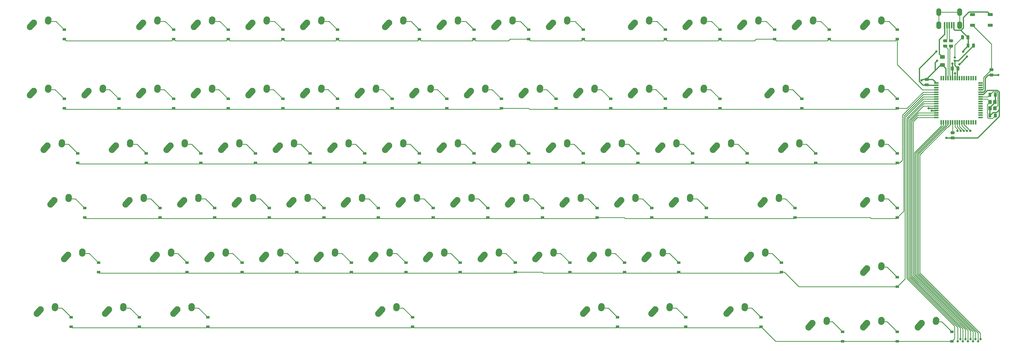
<source format=gbl>
G04 #@! TF.GenerationSoftware,KiCad,Pcbnew,(5.1.10)-1*
G04 #@! TF.CreationDate,2022-02-11T22:44:53+10:30*
G04 #@! TF.ProjectId,Dingo-75,44696e67-6f2d-4373-952e-6b696361645f,rev?*
G04 #@! TF.SameCoordinates,Original*
G04 #@! TF.FileFunction,Copper,L2,Bot*
G04 #@! TF.FilePolarity,Positive*
%FSLAX46Y46*%
G04 Gerber Fmt 4.6, Leading zero omitted, Abs format (unit mm)*
G04 Created by KiCad (PCBNEW (5.1.10)-1) date 2022-02-11 22:44:53*
%MOMM*%
%LPD*%
G01*
G04 APERTURE LIST*
G04 #@! TA.AperFunction,ComponentPad*
%ADD10C,2.250000*%
G04 #@! TD*
G04 #@! TA.AperFunction,SMDPad,CuDef*
%ADD11R,1.200000X1.400000*%
G04 #@! TD*
G04 #@! TA.AperFunction,ComponentPad*
%ADD12O,1.700000X2.700000*%
G04 #@! TD*
G04 #@! TA.AperFunction,SMDPad,CuDef*
%ADD13R,0.500000X2.250000*%
G04 #@! TD*
G04 #@! TA.AperFunction,SMDPad,CuDef*
%ADD14R,1.500000X0.550000*%
G04 #@! TD*
G04 #@! TA.AperFunction,SMDPad,CuDef*
%ADD15R,0.550000X1.500000*%
G04 #@! TD*
G04 #@! TA.AperFunction,SMDPad,CuDef*
%ADD16R,1.800000X1.100000*%
G04 #@! TD*
G04 #@! TA.AperFunction,SMDPad,CuDef*
%ADD17R,1.200000X0.900000*%
G04 #@! TD*
G04 #@! TA.AperFunction,ViaPad*
%ADD18C,0.800000*%
G04 #@! TD*
G04 #@! TA.AperFunction,Conductor*
%ADD19C,0.381000*%
G04 #@! TD*
G04 #@! TA.AperFunction,Conductor*
%ADD20C,0.254000*%
G04 #@! TD*
G04 APERTURE END LIST*
D10*
X-128706250Y108775000D03*
G04 #@! TA.AperFunction,ComponentPad*
G36*
G01*
X-130767562Y106477650D02*
X-130767567Y106477655D01*
G75*
G02*
X-130853595Y108066317I751317J837345D01*
G01*
X-129543593Y109526317D01*
G75*
G02*
X-127954931Y109612345I837345J-751317D01*
G01*
X-127954931Y109612345D01*
G75*
G02*
X-127868903Y108023683I-751317J-837345D01*
G01*
X-129178905Y106563683D01*
G75*
G02*
X-130767567Y106477655I-837345J751317D01*
G01*
G37*
G04 #@! TD.AperFunction*
X-123666250Y109855000D03*
G04 #@! TA.AperFunction,ComponentPad*
G36*
G01*
X-123782767Y108152605D02*
X-123783653Y108152666D01*
G75*
G02*
X-124828584Y109352403I77403J1122334D01*
G01*
X-124788584Y109932403D01*
G75*
G02*
X-123588847Y110977334I1122334J-77403D01*
G01*
X-123588847Y110977334D01*
G75*
G02*
X-122543916Y109777597I-77403J-1122334D01*
G01*
X-122583916Y109197597D01*
G75*
G02*
X-123783653Y108152666I-1122334J77403D01*
G01*
G37*
G04 #@! TD.AperFunction*
G04 #@! TA.AperFunction,ComponentPad*
G36*
G01*
X-49964017Y127202605D02*
X-49964903Y127202666D01*
G75*
G02*
X-51009834Y128402403I77403J1122334D01*
G01*
X-50969834Y128982403D01*
G75*
G02*
X-49770097Y130027334I1122334J-77403D01*
G01*
X-49770097Y130027334D01*
G75*
G02*
X-48725166Y128827597I-77403J-1122334D01*
G01*
X-48765166Y128247597D01*
G75*
G02*
X-49964903Y127202666I-1122334J77403D01*
G01*
G37*
G04 #@! TD.AperFunction*
X-49847500Y128905000D03*
G04 #@! TA.AperFunction,ComponentPad*
G36*
G01*
X-56948812Y125527650D02*
X-56948817Y125527655D01*
G75*
G02*
X-57034845Y127116317I751317J837345D01*
G01*
X-55724843Y128576317D01*
G75*
G02*
X-54136181Y128662345I837345J-751317D01*
G01*
X-54136181Y128662345D01*
G75*
G02*
X-54050153Y127073683I-751317J-837345D01*
G01*
X-55360155Y125613683D01*
G75*
G02*
X-56948817Y125527655I-837345J751317D01*
G01*
G37*
G04 #@! TD.AperFunction*
X-54887500Y127825000D03*
G04 #@! TA.AperFunction,ComponentPad*
G36*
G01*
X-69014017Y127202605D02*
X-69014903Y127202666D01*
G75*
G02*
X-70059834Y128402403I77403J1122334D01*
G01*
X-70019834Y128982403D01*
G75*
G02*
X-68820097Y130027334I1122334J-77403D01*
G01*
X-68820097Y130027334D01*
G75*
G02*
X-67775166Y128827597I-77403J-1122334D01*
G01*
X-67815166Y128247597D01*
G75*
G02*
X-69014903Y127202666I-1122334J77403D01*
G01*
G37*
G04 #@! TD.AperFunction*
X-68897500Y128905000D03*
G04 #@! TA.AperFunction,ComponentPad*
G36*
G01*
X-75998812Y125527650D02*
X-75998817Y125527655D01*
G75*
G02*
X-76084845Y127116317I751317J837345D01*
G01*
X-74774843Y128576317D01*
G75*
G02*
X-73186181Y128662345I837345J-751317D01*
G01*
X-73186181Y128662345D01*
G75*
G02*
X-73100153Y127073683I-751317J-837345D01*
G01*
X-74410155Y125613683D01*
G75*
G02*
X-75998817Y125527655I-837345J751317D01*
G01*
G37*
G04 #@! TD.AperFunction*
X-73937500Y127825000D03*
G04 #@! TA.AperFunction,ComponentPad*
G36*
G01*
X-116639017Y146252605D02*
X-116639903Y146252666D01*
G75*
G02*
X-117684834Y147452403I77403J1122334D01*
G01*
X-117644834Y148032403D01*
G75*
G02*
X-116445097Y149077334I1122334J-77403D01*
G01*
X-116445097Y149077334D01*
G75*
G02*
X-115400166Y147877597I-77403J-1122334D01*
G01*
X-115440166Y147297597D01*
G75*
G02*
X-116639903Y146252666I-1122334J77403D01*
G01*
G37*
G04 #@! TD.AperFunction*
X-116522500Y147955000D03*
G04 #@! TA.AperFunction,ComponentPad*
G36*
G01*
X-123623812Y144577650D02*
X-123623817Y144577655D01*
G75*
G02*
X-123709845Y146166317I751317J837345D01*
G01*
X-122399843Y147626317D01*
G75*
G02*
X-120811181Y147712345I837345J-751317D01*
G01*
X-120811181Y147712345D01*
G75*
G02*
X-120725153Y146123683I-751317J-837345D01*
G01*
X-122035155Y144663683D01*
G75*
G02*
X-123623817Y144577655I-837345J751317D01*
G01*
G37*
G04 #@! TD.AperFunction*
X-121562500Y146875000D03*
X-178712500Y146875000D03*
G04 #@! TA.AperFunction,ComponentPad*
G36*
G01*
X-180773812Y144577650D02*
X-180773817Y144577655D01*
G75*
G02*
X-180859845Y146166317I751317J837345D01*
G01*
X-179549843Y147626317D01*
G75*
G02*
X-177961181Y147712345I837345J-751317D01*
G01*
X-177961181Y147712345D01*
G75*
G02*
X-177875153Y146123683I-751317J-837345D01*
G01*
X-179185155Y144663683D01*
G75*
G02*
X-180773817Y144577655I-837345J751317D01*
G01*
G37*
G04 #@! TD.AperFunction*
X-173672500Y147955000D03*
G04 #@! TA.AperFunction,ComponentPad*
G36*
G01*
X-173789017Y146252605D02*
X-173789903Y146252666D01*
G75*
G02*
X-174834834Y147452403I77403J1122334D01*
G01*
X-174794834Y148032403D01*
G75*
G02*
X-173595097Y149077334I1122334J-77403D01*
G01*
X-173595097Y149077334D01*
G75*
G02*
X-172550166Y147877597I-77403J-1122334D01*
G01*
X-172590166Y147297597D01*
G75*
G02*
X-173789903Y146252666I-1122334J77403D01*
G01*
G37*
G04 #@! TD.AperFunction*
X-200143750Y108775000D03*
G04 #@! TA.AperFunction,ComponentPad*
G36*
G01*
X-202205062Y106477650D02*
X-202205067Y106477655D01*
G75*
G02*
X-202291095Y108066317I751317J837345D01*
G01*
X-200981093Y109526317D01*
G75*
G02*
X-199392431Y109612345I837345J-751317D01*
G01*
X-199392431Y109612345D01*
G75*
G02*
X-199306403Y108023683I-751317J-837345D01*
G01*
X-200616405Y106563683D01*
G75*
G02*
X-202205067Y106477655I-837345J751317D01*
G01*
G37*
G04 #@! TD.AperFunction*
X-195103750Y109855000D03*
G04 #@! TA.AperFunction,ComponentPad*
G36*
G01*
X-195220267Y108152605D02*
X-195221153Y108152666D01*
G75*
G02*
X-196266084Y109352403I77403J1122334D01*
G01*
X-196226084Y109932403D01*
G75*
G02*
X-195026347Y110977334I1122334J-77403D01*
G01*
X-195026347Y110977334D01*
G75*
G02*
X-193981416Y109777597I-77403J-1122334D01*
G01*
X-194021416Y109197597D01*
G75*
G02*
X-195221153Y108152666I-1122334J77403D01*
G01*
G37*
G04 #@! TD.AperFunction*
X-57268750Y108775000D03*
G04 #@! TA.AperFunction,ComponentPad*
G36*
G01*
X-59330062Y106477650D02*
X-59330067Y106477655D01*
G75*
G02*
X-59416095Y108066317I751317J837345D01*
G01*
X-58106093Y109526317D01*
G75*
G02*
X-56517431Y109612345I837345J-751317D01*
G01*
X-56517431Y109612345D01*
G75*
G02*
X-56431403Y108023683I-751317J-837345D01*
G01*
X-57741405Y106563683D01*
G75*
G02*
X-59330067Y106477655I-837345J751317D01*
G01*
G37*
G04 #@! TD.AperFunction*
X-52228750Y109855000D03*
G04 #@! TA.AperFunction,ComponentPad*
G36*
G01*
X-52345267Y108152605D02*
X-52346153Y108152666D01*
G75*
G02*
X-53391084Y109352403I77403J1122334D01*
G01*
X-53351084Y109932403D01*
G75*
G02*
X-52151347Y110977334I1122334J-77403D01*
G01*
X-52151347Y110977334D01*
G75*
G02*
X-51106416Y109777597I-77403J-1122334D01*
G01*
X-51146416Y109197597D01*
G75*
G02*
X-52346153Y108152666I-1122334J77403D01*
G01*
G37*
G04 #@! TD.AperFunction*
X7025000Y184975000D03*
G04 #@! TA.AperFunction,ComponentPad*
G36*
G01*
X4963688Y182677650D02*
X4963683Y182677655D01*
G75*
G02*
X4877655Y184266317I751317J837345D01*
G01*
X6187657Y185726317D01*
G75*
G02*
X7776319Y185812345I837345J-751317D01*
G01*
X7776319Y185812345D01*
G75*
G02*
X7862347Y184223683I-751317J-837345D01*
G01*
X6552345Y182763683D01*
G75*
G02*
X4963683Y182677655I-837345J751317D01*
G01*
G37*
G04 #@! TD.AperFunction*
X12065000Y186055000D03*
G04 #@! TA.AperFunction,ComponentPad*
G36*
G01*
X11948483Y184352605D02*
X11947597Y184352666D01*
G75*
G02*
X10902666Y185552403I77403J1122334D01*
G01*
X10942666Y186132403D01*
G75*
G02*
X12142403Y187177334I1122334J-77403D01*
G01*
X12142403Y187177334D01*
G75*
G02*
X13187334Y185977597I-77403J-1122334D01*
G01*
X13147334Y185397597D01*
G75*
G02*
X11947597Y184352666I-1122334J77403D01*
G01*
G37*
G04 #@! TD.AperFunction*
X-243006250Y146875000D03*
G04 #@! TA.AperFunction,ComponentPad*
G36*
G01*
X-245067562Y144577650D02*
X-245067567Y144577655D01*
G75*
G02*
X-245153595Y146166317I751317J837345D01*
G01*
X-243843593Y147626317D01*
G75*
G02*
X-242254931Y147712345I837345J-751317D01*
G01*
X-242254931Y147712345D01*
G75*
G02*
X-242168903Y146123683I-751317J-837345D01*
G01*
X-243478905Y144663683D01*
G75*
G02*
X-245067567Y144577655I-837345J751317D01*
G01*
G37*
G04 #@! TD.AperFunction*
X-237966250Y147955000D03*
G04 #@! TA.AperFunction,ComponentPad*
G36*
G01*
X-238082767Y146252605D02*
X-238083653Y146252666D01*
G75*
G02*
X-239128584Y147452403I77403J1122334D01*
G01*
X-239088584Y148032403D01*
G75*
G02*
X-237888847Y149077334I1122334J-77403D01*
G01*
X-237888847Y149077334D01*
G75*
G02*
X-236843916Y147877597I-77403J-1122334D01*
G01*
X-236883916Y147297597D01*
G75*
G02*
X-238083653Y146252666I-1122334J77403D01*
G01*
G37*
G04 #@! TD.AperFunction*
X-247768750Y108775000D03*
G04 #@! TA.AperFunction,ComponentPad*
G36*
G01*
X-249830062Y106477650D02*
X-249830067Y106477655D01*
G75*
G02*
X-249916095Y108066317I751317J837345D01*
G01*
X-248606093Y109526317D01*
G75*
G02*
X-247017431Y109612345I837345J-751317D01*
G01*
X-247017431Y109612345D01*
G75*
G02*
X-246931403Y108023683I-751317J-837345D01*
G01*
X-248241405Y106563683D01*
G75*
G02*
X-249830067Y106477655I-837345J751317D01*
G01*
G37*
G04 #@! TD.AperFunction*
X-242728750Y109855000D03*
G04 #@! TA.AperFunction,ComponentPad*
G36*
G01*
X-242845267Y108152605D02*
X-242846153Y108152666D01*
G75*
G02*
X-243891084Y109352403I77403J1122334D01*
G01*
X-243851084Y109932403D01*
G75*
G02*
X-242651347Y110977334I1122334J-77403D01*
G01*
X-242651347Y110977334D01*
G75*
G02*
X-241606416Y109777597I-77403J-1122334D01*
G01*
X-241646416Y109197597D01*
G75*
G02*
X-242846153Y108152666I-1122334J77403D01*
G01*
G37*
G04 #@! TD.AperFunction*
X-7262500Y108775000D03*
G04 #@! TA.AperFunction,ComponentPad*
G36*
G01*
X-9323812Y106477650D02*
X-9323817Y106477655D01*
G75*
G02*
X-9409845Y108066317I751317J837345D01*
G01*
X-8099843Y109526317D01*
G75*
G02*
X-6511181Y109612345I837345J-751317D01*
G01*
X-6511181Y109612345D01*
G75*
G02*
X-6425153Y108023683I-751317J-837345D01*
G01*
X-7735155Y106563683D01*
G75*
G02*
X-9323817Y106477655I-837345J751317D01*
G01*
G37*
G04 #@! TD.AperFunction*
X-2222500Y109855000D03*
G04 #@! TA.AperFunction,ComponentPad*
G36*
G01*
X-2339017Y108152605D02*
X-2339903Y108152666D01*
G75*
G02*
X-3384834Y109352403I77403J1122334D01*
G01*
X-3344834Y109932403D01*
G75*
G02*
X-2145097Y110977334I1122334J-77403D01*
G01*
X-2145097Y110977334D01*
G75*
G02*
X-1100166Y109777597I-77403J-1122334D01*
G01*
X-1140166Y109197597D01*
G75*
G02*
X-2339903Y108152666I-1122334J77403D01*
G01*
G37*
G04 #@! TD.AperFunction*
X4643750Y146875000D03*
G04 #@! TA.AperFunction,ComponentPad*
G36*
G01*
X2582438Y144577650D02*
X2582433Y144577655D01*
G75*
G02*
X2496405Y146166317I751317J837345D01*
G01*
X3806407Y147626317D01*
G75*
G02*
X5395069Y147712345I837345J-751317D01*
G01*
X5395069Y147712345D01*
G75*
G02*
X5481097Y146123683I-751317J-837345D01*
G01*
X4171095Y144663683D01*
G75*
G02*
X2582433Y144577655I-837345J751317D01*
G01*
G37*
G04 #@! TD.AperFunction*
X9683750Y147955000D03*
G04 #@! TA.AperFunction,ComponentPad*
G36*
G01*
X9567233Y146252605D02*
X9566347Y146252666D01*
G75*
G02*
X8521416Y147452403I77403J1122334D01*
G01*
X8561416Y148032403D01*
G75*
G02*
X9761153Y149077334I1122334J-77403D01*
G01*
X9761153Y149077334D01*
G75*
G02*
X10806084Y147877597I-77403J-1122334D01*
G01*
X10766084Y147297597D01*
G75*
G02*
X9566347Y146252666I-1122334J77403D01*
G01*
G37*
G04 #@! TD.AperFunction*
X-33456250Y108775000D03*
G04 #@! TA.AperFunction,ComponentPad*
G36*
G01*
X-35517562Y106477650D02*
X-35517567Y106477655D01*
G75*
G02*
X-35603595Y108066317I751317J837345D01*
G01*
X-34293593Y109526317D01*
G75*
G02*
X-32704931Y109612345I837345J-751317D01*
G01*
X-32704931Y109612345D01*
G75*
G02*
X-32618903Y108023683I-751317J-837345D01*
G01*
X-33928905Y106563683D01*
G75*
G02*
X-35517567Y106477655I-837345J751317D01*
G01*
G37*
G04 #@! TD.AperFunction*
X-28416250Y109855000D03*
G04 #@! TA.AperFunction,ComponentPad*
G36*
G01*
X-28532767Y108152605D02*
X-28533653Y108152666D01*
G75*
G02*
X-29578584Y109352403I77403J1122334D01*
G01*
X-29538584Y109932403D01*
G75*
G02*
X-28338847Y110977334I1122334J-77403D01*
G01*
X-28338847Y110977334D01*
G75*
G02*
X-27293916Y109777597I-77403J-1122334D01*
G01*
X-27333916Y109197597D01*
G75*
G02*
X-28533653Y108152666I-1122334J77403D01*
G01*
G37*
G04 #@! TD.AperFunction*
X-238243750Y127825000D03*
G04 #@! TA.AperFunction,ComponentPad*
G36*
G01*
X-240305062Y125527650D02*
X-240305067Y125527655D01*
G75*
G02*
X-240391095Y127116317I751317J837345D01*
G01*
X-239081093Y128576317D01*
G75*
G02*
X-237492431Y128662345I837345J-751317D01*
G01*
X-237492431Y128662345D01*
G75*
G02*
X-237406403Y127073683I-751317J-837345D01*
G01*
X-238716405Y125613683D01*
G75*
G02*
X-240305067Y125527655I-837345J751317D01*
G01*
G37*
G04 #@! TD.AperFunction*
X-233203750Y128905000D03*
G04 #@! TA.AperFunction,ComponentPad*
G36*
G01*
X-233320267Y127202605D02*
X-233321153Y127202666D01*
G75*
G02*
X-234366084Y128402403I77403J1122334D01*
G01*
X-234326084Y128982403D01*
G75*
G02*
X-233126347Y130027334I1122334J-77403D01*
G01*
X-233126347Y130027334D01*
G75*
G02*
X-232081416Y128827597I-77403J-1122334D01*
G01*
X-232121416Y128247597D01*
G75*
G02*
X-233321153Y127202666I-1122334J77403D01*
G01*
G37*
G04 #@! TD.AperFunction*
X-118750Y127825000D03*
G04 #@! TA.AperFunction,ComponentPad*
G36*
G01*
X-2180062Y125527650D02*
X-2180067Y125527655D01*
G75*
G02*
X-2266095Y127116317I751317J837345D01*
G01*
X-956093Y128576317D01*
G75*
G02*
X632569Y128662345I837345J-751317D01*
G01*
X632569Y128662345D01*
G75*
G02*
X718597Y127073683I-751317J-837345D01*
G01*
X-591405Y125613683D01*
G75*
G02*
X-2180067Y125527655I-837345J751317D01*
G01*
G37*
G04 #@! TD.AperFunction*
X4921250Y128905000D03*
G04 #@! TA.AperFunction,ComponentPad*
G36*
G01*
X4804733Y127202605D02*
X4803847Y127202666D01*
G75*
G02*
X3758916Y128402403I77403J1122334D01*
G01*
X3798916Y128982403D01*
G75*
G02*
X4998653Y130027334I1122334J-77403D01*
G01*
X4998653Y130027334D01*
G75*
G02*
X6043584Y128827597I-77403J-1122334D01*
G01*
X6003584Y128247597D01*
G75*
G02*
X4803847Y127202666I-1122334J77403D01*
G01*
G37*
G04 #@! TD.AperFunction*
X-245387500Y165925000D03*
G04 #@! TA.AperFunction,ComponentPad*
G36*
G01*
X-247448812Y163627650D02*
X-247448817Y163627655D01*
G75*
G02*
X-247534845Y165216317I751317J837345D01*
G01*
X-246224843Y166676317D01*
G75*
G02*
X-244636181Y166762345I837345J-751317D01*
G01*
X-244636181Y166762345D01*
G75*
G02*
X-244550153Y165173683I-751317J-837345D01*
G01*
X-245860155Y163713683D01*
G75*
G02*
X-247448817Y163627655I-837345J751317D01*
G01*
G37*
G04 #@! TD.AperFunction*
X-240347500Y167005000D03*
G04 #@! TA.AperFunction,ComponentPad*
G36*
G01*
X-240464017Y165302605D02*
X-240464903Y165302666D01*
G75*
G02*
X-241509834Y166502403I77403J1122334D01*
G01*
X-241469834Y167082403D01*
G75*
G02*
X-240270097Y168127334I1122334J-77403D01*
G01*
X-240270097Y168127334D01*
G75*
G02*
X-239225166Y166927597I-77403J-1122334D01*
G01*
X-239265166Y166347597D01*
G75*
G02*
X-240464903Y165302666I-1122334J77403D01*
G01*
G37*
G04 #@! TD.AperFunction*
X-223956250Y108775000D03*
G04 #@! TA.AperFunction,ComponentPad*
G36*
G01*
X-226017562Y106477650D02*
X-226017567Y106477655D01*
G75*
G02*
X-226103595Y108066317I751317J837345D01*
G01*
X-224793593Y109526317D01*
G75*
G02*
X-223204931Y109612345I837345J-751317D01*
G01*
X-223204931Y109612345D01*
G75*
G02*
X-223118903Y108023683I-751317J-837345D01*
G01*
X-224428905Y106563683D01*
G75*
G02*
X-226017567Y106477655I-837345J751317D01*
G01*
G37*
G04 #@! TD.AperFunction*
X-218916250Y109855000D03*
G04 #@! TA.AperFunction,ComponentPad*
G36*
G01*
X-219032767Y108152605D02*
X-219033653Y108152666D01*
G75*
G02*
X-220078584Y109352403I77403J1122334D01*
G01*
X-220038584Y109932403D01*
G75*
G02*
X-218838847Y110977334I1122334J-77403D01*
G01*
X-218838847Y110977334D01*
G75*
G02*
X-217793916Y109777597I-77403J-1122334D01*
G01*
X-217833916Y109197597D01*
G75*
G02*
X-219033653Y108152666I-1122334J77403D01*
G01*
G37*
G04 #@! TD.AperFunction*
X11787500Y165925000D03*
G04 #@! TA.AperFunction,ComponentPad*
G36*
G01*
X9726188Y163627650D02*
X9726183Y163627655D01*
G75*
G02*
X9640155Y165216317I751317J837345D01*
G01*
X10950157Y166676317D01*
G75*
G02*
X12538819Y166762345I837345J-751317D01*
G01*
X12538819Y166762345D01*
G75*
G02*
X12624847Y165173683I-751317J-837345D01*
G01*
X11314845Y163713683D01*
G75*
G02*
X9726183Y163627655I-837345J751317D01*
G01*
G37*
G04 #@! TD.AperFunction*
X16827500Y167005000D03*
G04 #@! TA.AperFunction,ComponentPad*
G36*
G01*
X16710983Y165302605D02*
X16710097Y165302666D01*
G75*
G02*
X15665166Y166502403I77403J1122334D01*
G01*
X15705166Y167082403D01*
G75*
G02*
X16904903Y168127334I1122334J-77403D01*
G01*
X16904903Y168127334D01*
G75*
G02*
X17949834Y166927597I-77403J-1122334D01*
G01*
X17909834Y166347597D01*
G75*
G02*
X16710097Y165302666I-1122334J77403D01*
G01*
G37*
G04 #@! TD.AperFunction*
X40362500Y123062500D03*
G04 #@! TA.AperFunction,ComponentPad*
G36*
G01*
X38301188Y120765150D02*
X38301183Y120765155D01*
G75*
G02*
X38215155Y122353817I751317J837345D01*
G01*
X39525157Y123813817D01*
G75*
G02*
X41113819Y123899845I837345J-751317D01*
G01*
X41113819Y123899845D01*
G75*
G02*
X41199847Y122311183I-751317J-837345D01*
G01*
X39889845Y120851183D01*
G75*
G02*
X38301183Y120765155I-837345J751317D01*
G01*
G37*
G04 #@! TD.AperFunction*
X45402500Y124142500D03*
G04 #@! TA.AperFunction,ComponentPad*
G36*
G01*
X45285983Y122440105D02*
X45285097Y122440166D01*
G75*
G02*
X44240166Y123639903I77403J1122334D01*
G01*
X44280166Y124219903D01*
G75*
G02*
X45479903Y125264834I1122334J-77403D01*
G01*
X45479903Y125264834D01*
G75*
G02*
X46524834Y124065097I-77403J-1122334D01*
G01*
X46484834Y123485097D01*
G75*
G02*
X45285097Y122440166I-1122334J77403D01*
G01*
G37*
G04 #@! TD.AperFunction*
D11*
X83294750Y181174750D03*
X83294750Y178974750D03*
X84994750Y178974750D03*
X84994750Y181174750D03*
D12*
X65406250Y212462500D03*
X72706250Y212462500D03*
X72706250Y207962500D03*
X65406250Y207962500D03*
D13*
X67456250Y207962500D03*
X68256250Y207962500D03*
X69056250Y207962500D03*
X69856250Y207962500D03*
X70656250Y207962500D03*
D14*
X64531250Y187768750D03*
X64531250Y186968750D03*
X64531250Y186168750D03*
X64531250Y185368750D03*
X64531250Y184568750D03*
X64531250Y183768750D03*
X64531250Y182968750D03*
X64531250Y182168750D03*
X64531250Y181368750D03*
X64531250Y180568750D03*
X64531250Y179768750D03*
X64531250Y178968750D03*
X64531250Y178168750D03*
X64531250Y177368750D03*
X64531250Y176568750D03*
X64531250Y175768750D03*
D15*
X66231250Y174068750D03*
X67031250Y174068750D03*
X67831250Y174068750D03*
X68631250Y174068750D03*
X69431250Y174068750D03*
X70231250Y174068750D03*
X71031250Y174068750D03*
X71831250Y174068750D03*
X72631250Y174068750D03*
X73431250Y174068750D03*
X74231250Y174068750D03*
X75031250Y174068750D03*
X75831250Y174068750D03*
X76631250Y174068750D03*
X77431250Y174068750D03*
X78231250Y174068750D03*
D14*
X79931250Y175768750D03*
X79931250Y176568750D03*
X79931250Y177368750D03*
X79931250Y178168750D03*
X79931250Y178968750D03*
X79931250Y179768750D03*
X79931250Y180568750D03*
X79931250Y181368750D03*
X79931250Y182168750D03*
X79931250Y182968750D03*
X79931250Y183768750D03*
X79931250Y184568750D03*
X79931250Y185368750D03*
X79931250Y186168750D03*
X79931250Y186968750D03*
X79931250Y187768750D03*
D15*
X78231250Y189468750D03*
X77431250Y189468750D03*
X76631250Y189468750D03*
X75831250Y189468750D03*
X75031250Y189468750D03*
X74231250Y189468750D03*
X73431250Y189468750D03*
X72631250Y189468750D03*
X71831250Y189468750D03*
X71031250Y189468750D03*
X70231250Y189468750D03*
X69431250Y189468750D03*
X68631250Y189468750D03*
X67831250Y189468750D03*
X67031250Y189468750D03*
X66231250Y189468750D03*
D16*
X77143750Y211662500D03*
X83343750Y207962500D03*
X77143750Y207962500D03*
X83343750Y211662500D03*
G04 #@! TA.AperFunction,SMDPad,CuDef*
G36*
G01*
X84206501Y191892500D02*
X83306499Y191892500D01*
G75*
G02*
X83056500Y192142499I0J249999D01*
G01*
X83056500Y192667501D01*
G75*
G02*
X83306499Y192917500I249999J0D01*
G01*
X84206501Y192917500D01*
G75*
G02*
X84456500Y192667501I0J-249999D01*
G01*
X84456500Y192142499D01*
G75*
G02*
X84206501Y191892500I-249999J0D01*
G01*
G37*
G04 #@! TD.AperFunction*
G04 #@! TA.AperFunction,SMDPad,CuDef*
G36*
G01*
X84206501Y190067500D02*
X83306499Y190067500D01*
G75*
G02*
X83056500Y190317499I0J249999D01*
G01*
X83056500Y190842501D01*
G75*
G02*
X83306499Y191092500I249999J0D01*
G01*
X84206501Y191092500D01*
G75*
G02*
X84456500Y190842501I0J-249999D01*
G01*
X84456500Y190317499D01*
G75*
G02*
X84206501Y190067500I-249999J0D01*
G01*
G37*
G04 #@! TD.AperFunction*
G04 #@! TA.AperFunction,SMDPad,CuDef*
G36*
G01*
X68077501Y201989000D02*
X67177499Y201989000D01*
G75*
G02*
X66927500Y202238999I0J249999D01*
G01*
X66927500Y202764001D01*
G75*
G02*
X67177499Y203014000I249999J0D01*
G01*
X68077501Y203014000D01*
G75*
G02*
X68327500Y202764001I0J-249999D01*
G01*
X68327500Y202238999D01*
G75*
G02*
X68077501Y201989000I-249999J0D01*
G01*
G37*
G04 #@! TD.AperFunction*
G04 #@! TA.AperFunction,SMDPad,CuDef*
G36*
G01*
X68077501Y200164000D02*
X67177499Y200164000D01*
G75*
G02*
X66927500Y200413999I0J249999D01*
G01*
X66927500Y200939001D01*
G75*
G02*
X67177499Y201189000I249999J0D01*
G01*
X68077501Y201189000D01*
G75*
G02*
X68327500Y200939001I0J-249999D01*
G01*
X68327500Y200413999D01*
G75*
G02*
X68077501Y200164000I-249999J0D01*
G01*
G37*
G04 #@! TD.AperFunction*
G04 #@! TA.AperFunction,SMDPad,CuDef*
G36*
G01*
X70109501Y201989000D02*
X69209499Y201989000D01*
G75*
G02*
X68959500Y202238999I0J249999D01*
G01*
X68959500Y202764001D01*
G75*
G02*
X69209499Y203014000I249999J0D01*
G01*
X70109501Y203014000D01*
G75*
G02*
X70359500Y202764001I0J-249999D01*
G01*
X70359500Y202238999D01*
G75*
G02*
X70109501Y201989000I-249999J0D01*
G01*
G37*
G04 #@! TD.AperFunction*
G04 #@! TA.AperFunction,SMDPad,CuDef*
G36*
G01*
X70109501Y200164000D02*
X69209499Y200164000D01*
G75*
G02*
X68959500Y200413999I0J249999D01*
G01*
X68959500Y200939001D01*
G75*
G02*
X69209499Y201189000I249999J0D01*
G01*
X70109501Y201189000D01*
G75*
G02*
X70359500Y200939001I0J-249999D01*
G01*
X70359500Y200413999D01*
G75*
G02*
X70109501Y200164000I-249999J0D01*
G01*
G37*
G04 #@! TD.AperFunction*
G04 #@! TA.AperFunction,SMDPad,CuDef*
G36*
G01*
X69780999Y169121500D02*
X70681001Y169121500D01*
G75*
G02*
X70931000Y168871501I0J-249999D01*
G01*
X70931000Y168346499D01*
G75*
G02*
X70681001Y168096500I-249999J0D01*
G01*
X69780999Y168096500D01*
G75*
G02*
X69531000Y168346499I0J249999D01*
G01*
X69531000Y168871501D01*
G75*
G02*
X69780999Y169121500I249999J0D01*
G01*
G37*
G04 #@! TD.AperFunction*
G04 #@! TA.AperFunction,SMDPad,CuDef*
G36*
G01*
X69780999Y170946500D02*
X70681001Y170946500D01*
G75*
G02*
X70931000Y170696501I0J-249999D01*
G01*
X70931000Y170171499D01*
G75*
G02*
X70681001Y169921500I-249999J0D01*
G01*
X69780999Y169921500D01*
G75*
G02*
X69531000Y170171499I0J249999D01*
G01*
X69531000Y170696501D01*
G75*
G02*
X69780999Y170946500I249999J0D01*
G01*
G37*
G04 #@! TD.AperFunction*
D10*
X-250150000Y184975000D03*
G04 #@! TA.AperFunction,ComponentPad*
G36*
G01*
X-252211312Y182677650D02*
X-252211317Y182677655D01*
G75*
G02*
X-252297345Y184266317I751317J837345D01*
G01*
X-250987343Y185726317D01*
G75*
G02*
X-249398681Y185812345I837345J-751317D01*
G01*
X-249398681Y185812345D01*
G75*
G02*
X-249312653Y184223683I-751317J-837345D01*
G01*
X-250622655Y182763683D01*
G75*
G02*
X-252211317Y182677655I-837345J751317D01*
G01*
G37*
G04 #@! TD.AperFunction*
X-245110000Y186055000D03*
G04 #@! TA.AperFunction,ComponentPad*
G36*
G01*
X-245226517Y184352605D02*
X-245227403Y184352666D01*
G75*
G02*
X-246272334Y185552403I77403J1122334D01*
G01*
X-246232334Y186132403D01*
G75*
G02*
X-245032597Y187177334I1122334J-77403D01*
G01*
X-245032597Y187177334D01*
G75*
G02*
X-243987666Y185977597I-77403J-1122334D01*
G01*
X-244027666Y185397597D01*
G75*
G02*
X-245227403Y184352666I-1122334J77403D01*
G01*
G37*
G04 #@! TD.AperFunction*
G04 #@! TA.AperFunction,ComponentPad*
G36*
G01*
X-202364017Y127202605D02*
X-202364903Y127202666D01*
G75*
G02*
X-203409834Y128402403I77403J1122334D01*
G01*
X-203369834Y128982403D01*
G75*
G02*
X-202170097Y130027334I1122334J-77403D01*
G01*
X-202170097Y130027334D01*
G75*
G02*
X-201125166Y128827597I-77403J-1122334D01*
G01*
X-201165166Y128247597D01*
G75*
G02*
X-202364903Y127202666I-1122334J77403D01*
G01*
G37*
G04 #@! TD.AperFunction*
X-202247500Y128905000D03*
G04 #@! TA.AperFunction,ComponentPad*
G36*
G01*
X-209348812Y125527650D02*
X-209348817Y125527655D01*
G75*
G02*
X-209434845Y127116317I751317J837345D01*
G01*
X-208124843Y128576317D01*
G75*
G02*
X-206536181Y128662345I837345J-751317D01*
G01*
X-206536181Y128662345D01*
G75*
G02*
X-206450153Y127073683I-751317J-837345D01*
G01*
X-207760155Y125613683D01*
G75*
G02*
X-209348817Y125527655I-837345J751317D01*
G01*
G37*
G04 #@! TD.AperFunction*
X-207287500Y127825000D03*
X-126325000Y165925000D03*
G04 #@! TA.AperFunction,ComponentPad*
G36*
G01*
X-128386312Y163627650D02*
X-128386317Y163627655D01*
G75*
G02*
X-128472345Y165216317I751317J837345D01*
G01*
X-127162343Y166676317D01*
G75*
G02*
X-125573681Y166762345I837345J-751317D01*
G01*
X-125573681Y166762345D01*
G75*
G02*
X-125487653Y165173683I-751317J-837345D01*
G01*
X-126797655Y163713683D01*
G75*
G02*
X-128386317Y163627655I-837345J751317D01*
G01*
G37*
G04 #@! TD.AperFunction*
X-121285000Y167005000D03*
G04 #@! TA.AperFunction,ComponentPad*
G36*
G01*
X-121401517Y165302605D02*
X-121402403Y165302666D01*
G75*
G02*
X-122447334Y166502403I77403J1122334D01*
G01*
X-122407334Y167082403D01*
G75*
G02*
X-121207597Y168127334I1122334J-77403D01*
G01*
X-121207597Y168127334D01*
G75*
G02*
X-120162666Y166927597I-77403J-1122334D01*
G01*
X-120202666Y166347597D01*
G75*
G02*
X-121402403Y165302666I-1122334J77403D01*
G01*
G37*
G04 #@! TD.AperFunction*
G04 #@! TA.AperFunction,ComponentPad*
G36*
G01*
X-183314017Y127202605D02*
X-183314903Y127202666D01*
G75*
G02*
X-184359834Y128402403I77403J1122334D01*
G01*
X-184319834Y128982403D01*
G75*
G02*
X-183120097Y130027334I1122334J-77403D01*
G01*
X-183120097Y130027334D01*
G75*
G02*
X-182075166Y128827597I-77403J-1122334D01*
G01*
X-182115166Y128247597D01*
G75*
G02*
X-183314903Y127202666I-1122334J77403D01*
G01*
G37*
G04 #@! TD.AperFunction*
X-183197500Y128905000D03*
G04 #@! TA.AperFunction,ComponentPad*
G36*
G01*
X-190298812Y125527650D02*
X-190298817Y125527655D01*
G75*
G02*
X-190384845Y127116317I751317J837345D01*
G01*
X-189074843Y128576317D01*
G75*
G02*
X-187486181Y128662345I837345J-751317D01*
G01*
X-187486181Y128662345D01*
G75*
G02*
X-187400153Y127073683I-751317J-837345D01*
G01*
X-188710155Y125613683D01*
G75*
G02*
X-190298817Y125527655I-837345J751317D01*
G01*
G37*
G04 #@! TD.AperFunction*
X-188237500Y127825000D03*
X-202525000Y165925000D03*
G04 #@! TA.AperFunction,ComponentPad*
G36*
G01*
X-204586312Y163627650D02*
X-204586317Y163627655D01*
G75*
G02*
X-204672345Y165216317I751317J837345D01*
G01*
X-203362343Y166676317D01*
G75*
G02*
X-201773681Y166762345I837345J-751317D01*
G01*
X-201773681Y166762345D01*
G75*
G02*
X-201687653Y165173683I-751317J-837345D01*
G01*
X-202997655Y163713683D01*
G75*
G02*
X-204586317Y163627655I-837345J751317D01*
G01*
G37*
G04 #@! TD.AperFunction*
X-197485000Y167005000D03*
G04 #@! TA.AperFunction,ComponentPad*
G36*
G01*
X-197601517Y165302605D02*
X-197602403Y165302666D01*
G75*
G02*
X-198647334Y166502403I77403J1122334D01*
G01*
X-198607334Y167082403D01*
G75*
G02*
X-197407597Y168127334I1122334J-77403D01*
G01*
X-197407597Y168127334D01*
G75*
G02*
X-196362666Y166927597I-77403J-1122334D01*
G01*
X-196402666Y166347597D01*
G75*
G02*
X-197602403Y165302666I-1122334J77403D01*
G01*
G37*
G04 #@! TD.AperFunction*
G04 #@! TA.AperFunction,ComponentPad*
G36*
G01*
X-145214017Y127202605D02*
X-145214903Y127202666D01*
G75*
G02*
X-146259834Y128402403I77403J1122334D01*
G01*
X-146219834Y128982403D01*
G75*
G02*
X-145020097Y130027334I1122334J-77403D01*
G01*
X-145020097Y130027334D01*
G75*
G02*
X-143975166Y128827597I-77403J-1122334D01*
G01*
X-144015166Y128247597D01*
G75*
G02*
X-145214903Y127202666I-1122334J77403D01*
G01*
G37*
G04 #@! TD.AperFunction*
X-145097500Y128905000D03*
G04 #@! TA.AperFunction,ComponentPad*
G36*
G01*
X-152198812Y125527650D02*
X-152198817Y125527655D01*
G75*
G02*
X-152284845Y127116317I751317J837345D01*
G01*
X-150974843Y128576317D01*
G75*
G02*
X-149386181Y128662345I837345J-751317D01*
G01*
X-149386181Y128662345D01*
G75*
G02*
X-149300153Y127073683I-751317J-837345D01*
G01*
X-150610155Y125613683D01*
G75*
G02*
X-152198817Y125527655I-837345J751317D01*
G01*
G37*
G04 #@! TD.AperFunction*
X-150137500Y127825000D03*
X-107275000Y165925000D03*
G04 #@! TA.AperFunction,ComponentPad*
G36*
G01*
X-109336312Y163627650D02*
X-109336317Y163627655D01*
G75*
G02*
X-109422345Y165216317I751317J837345D01*
G01*
X-108112343Y166676317D01*
G75*
G02*
X-106523681Y166762345I837345J-751317D01*
G01*
X-106523681Y166762345D01*
G75*
G02*
X-106437653Y165173683I-751317J-837345D01*
G01*
X-107747655Y163713683D01*
G75*
G02*
X-109336317Y163627655I-837345J751317D01*
G01*
G37*
G04 #@! TD.AperFunction*
X-102235000Y167005000D03*
G04 #@! TA.AperFunction,ComponentPad*
G36*
G01*
X-102351517Y165302605D02*
X-102352403Y165302666D01*
G75*
G02*
X-103397334Y166502403I77403J1122334D01*
G01*
X-103357334Y167082403D01*
G75*
G02*
X-102157597Y168127334I1122334J-77403D01*
G01*
X-102157597Y168127334D01*
G75*
G02*
X-101112666Y166927597I-77403J-1122334D01*
G01*
X-101152666Y166347597D01*
G75*
G02*
X-102352403Y165302666I-1122334J77403D01*
G01*
G37*
G04 #@! TD.AperFunction*
X-145375000Y165925000D03*
G04 #@! TA.AperFunction,ComponentPad*
G36*
G01*
X-147436312Y163627650D02*
X-147436317Y163627655D01*
G75*
G02*
X-147522345Y165216317I751317J837345D01*
G01*
X-146212343Y166676317D01*
G75*
G02*
X-144623681Y166762345I837345J-751317D01*
G01*
X-144623681Y166762345D01*
G75*
G02*
X-144537653Y165173683I-751317J-837345D01*
G01*
X-145847655Y163713683D01*
G75*
G02*
X-147436317Y163627655I-837345J751317D01*
G01*
G37*
G04 #@! TD.AperFunction*
X-140335000Y167005000D03*
G04 #@! TA.AperFunction,ComponentPad*
G36*
G01*
X-140451517Y165302605D02*
X-140452403Y165302666D01*
G75*
G02*
X-141497334Y166502403I77403J1122334D01*
G01*
X-141457334Y167082403D01*
G75*
G02*
X-140257597Y168127334I1122334J-77403D01*
G01*
X-140257597Y168127334D01*
G75*
G02*
X-139212666Y166927597I-77403J-1122334D01*
G01*
X-139252666Y166347597D01*
G75*
G02*
X-140452403Y165302666I-1122334J77403D01*
G01*
G37*
G04 #@! TD.AperFunction*
X-197762500Y146875000D03*
G04 #@! TA.AperFunction,ComponentPad*
G36*
G01*
X-199823812Y144577650D02*
X-199823817Y144577655D01*
G75*
G02*
X-199909845Y146166317I751317J837345D01*
G01*
X-198599843Y147626317D01*
G75*
G02*
X-197011181Y147712345I837345J-751317D01*
G01*
X-197011181Y147712345D01*
G75*
G02*
X-196925153Y146123683I-751317J-837345D01*
G01*
X-198235155Y144663683D01*
G75*
G02*
X-199823817Y144577655I-837345J751317D01*
G01*
G37*
G04 #@! TD.AperFunction*
X-192722500Y147955000D03*
G04 #@! TA.AperFunction,ComponentPad*
G36*
G01*
X-192839017Y146252605D02*
X-192839903Y146252666D01*
G75*
G02*
X-193884834Y147452403I77403J1122334D01*
G01*
X-193844834Y148032403D01*
G75*
G02*
X-192645097Y149077334I1122334J-77403D01*
G01*
X-192645097Y149077334D01*
G75*
G02*
X-191600166Y147877597I-77403J-1122334D01*
G01*
X-191640166Y147297597D01*
G75*
G02*
X-192839903Y146252666I-1122334J77403D01*
G01*
G37*
G04 #@! TD.AperFunction*
X-164425000Y165925000D03*
G04 #@! TA.AperFunction,ComponentPad*
G36*
G01*
X-166486312Y163627650D02*
X-166486317Y163627655D01*
G75*
G02*
X-166572345Y165216317I751317J837345D01*
G01*
X-165262343Y166676317D01*
G75*
G02*
X-163673681Y166762345I837345J-751317D01*
G01*
X-163673681Y166762345D01*
G75*
G02*
X-163587653Y165173683I-751317J-837345D01*
G01*
X-164897655Y163713683D01*
G75*
G02*
X-166486317Y163627655I-837345J751317D01*
G01*
G37*
G04 #@! TD.AperFunction*
X-159385000Y167005000D03*
G04 #@! TA.AperFunction,ComponentPad*
G36*
G01*
X-159501517Y165302605D02*
X-159502403Y165302666D01*
G75*
G02*
X-160547334Y166502403I77403J1122334D01*
G01*
X-160507334Y167082403D01*
G75*
G02*
X-159307597Y168127334I1122334J-77403D01*
G01*
X-159307597Y168127334D01*
G75*
G02*
X-158262666Y166927597I-77403J-1122334D01*
G01*
X-158302666Y166347597D01*
G75*
G02*
X-159502403Y165302666I-1122334J77403D01*
G01*
G37*
G04 #@! TD.AperFunction*
X-221575000Y165925000D03*
G04 #@! TA.AperFunction,ComponentPad*
G36*
G01*
X-223636312Y163627650D02*
X-223636317Y163627655D01*
G75*
G02*
X-223722345Y165216317I751317J837345D01*
G01*
X-222412343Y166676317D01*
G75*
G02*
X-220823681Y166762345I837345J-751317D01*
G01*
X-220823681Y166762345D01*
G75*
G02*
X-220737653Y165173683I-751317J-837345D01*
G01*
X-222047655Y163713683D01*
G75*
G02*
X-223636317Y163627655I-837345J751317D01*
G01*
G37*
G04 #@! TD.AperFunction*
X-216535000Y167005000D03*
G04 #@! TA.AperFunction,ComponentPad*
G36*
G01*
X-216651517Y165302605D02*
X-216652403Y165302666D01*
G75*
G02*
X-217697334Y166502403I77403J1122334D01*
G01*
X-217657334Y167082403D01*
G75*
G02*
X-216457597Y168127334I1122334J-77403D01*
G01*
X-216457597Y168127334D01*
G75*
G02*
X-215412666Y166927597I-77403J-1122334D01*
G01*
X-215452666Y166347597D01*
G75*
G02*
X-216652403Y165302666I-1122334J77403D01*
G01*
G37*
G04 #@! TD.AperFunction*
X-50125000Y165925000D03*
G04 #@! TA.AperFunction,ComponentPad*
G36*
G01*
X-52186312Y163627650D02*
X-52186317Y163627655D01*
G75*
G02*
X-52272345Y165216317I751317J837345D01*
G01*
X-50962343Y166676317D01*
G75*
G02*
X-49373681Y166762345I837345J-751317D01*
G01*
X-49373681Y166762345D01*
G75*
G02*
X-49287653Y165173683I-751317J-837345D01*
G01*
X-50597655Y163713683D01*
G75*
G02*
X-52186317Y163627655I-837345J751317D01*
G01*
G37*
G04 #@! TD.AperFunction*
X-45085000Y167005000D03*
G04 #@! TA.AperFunction,ComponentPad*
G36*
G01*
X-45201517Y165302605D02*
X-45202403Y165302666D01*
G75*
G02*
X-46247334Y166502403I77403J1122334D01*
G01*
X-46207334Y167082403D01*
G75*
G02*
X-45007597Y168127334I1122334J-77403D01*
G01*
X-45007597Y168127334D01*
G75*
G02*
X-43962666Y166927597I-77403J-1122334D01*
G01*
X-44002666Y166347597D01*
G75*
G02*
X-45202403Y165302666I-1122334J77403D01*
G01*
G37*
G04 #@! TD.AperFunction*
X-69175000Y165925000D03*
G04 #@! TA.AperFunction,ComponentPad*
G36*
G01*
X-71236312Y163627650D02*
X-71236317Y163627655D01*
G75*
G02*
X-71322345Y165216317I751317J837345D01*
G01*
X-70012343Y166676317D01*
G75*
G02*
X-68423681Y166762345I837345J-751317D01*
G01*
X-68423681Y166762345D01*
G75*
G02*
X-68337653Y165173683I-751317J-837345D01*
G01*
X-69647655Y163713683D01*
G75*
G02*
X-71236317Y163627655I-837345J751317D01*
G01*
G37*
G04 #@! TD.AperFunction*
X-64135000Y167005000D03*
G04 #@! TA.AperFunction,ComponentPad*
G36*
G01*
X-64251517Y165302605D02*
X-64252403Y165302666D01*
G75*
G02*
X-65297334Y166502403I77403J1122334D01*
G01*
X-65257334Y167082403D01*
G75*
G02*
X-64057597Y168127334I1122334J-77403D01*
G01*
X-64057597Y168127334D01*
G75*
G02*
X-63012666Y166927597I-77403J-1122334D01*
G01*
X-63052666Y166347597D01*
G75*
G02*
X-64252403Y165302666I-1122334J77403D01*
G01*
G37*
G04 #@! TD.AperFunction*
G04 #@! TA.AperFunction,ComponentPad*
G36*
G01*
X-107114017Y127202605D02*
X-107114903Y127202666D01*
G75*
G02*
X-108159834Y128402403I77403J1122334D01*
G01*
X-108119834Y128982403D01*
G75*
G02*
X-106920097Y130027334I1122334J-77403D01*
G01*
X-106920097Y130027334D01*
G75*
G02*
X-105875166Y128827597I-77403J-1122334D01*
G01*
X-105915166Y128247597D01*
G75*
G02*
X-107114903Y127202666I-1122334J77403D01*
G01*
G37*
G04 #@! TD.AperFunction*
X-106997500Y128905000D03*
G04 #@! TA.AperFunction,ComponentPad*
G36*
G01*
X-114098812Y125527650D02*
X-114098817Y125527655D01*
G75*
G02*
X-114184845Y127116317I751317J837345D01*
G01*
X-112874843Y128576317D01*
G75*
G02*
X-111286181Y128662345I837345J-751317D01*
G01*
X-111286181Y128662345D01*
G75*
G02*
X-111200153Y127073683I-751317J-837345D01*
G01*
X-112510155Y125613683D01*
G75*
G02*
X-114098817Y125527655I-837345J751317D01*
G01*
G37*
G04 #@! TD.AperFunction*
X-112037500Y127825000D03*
G04 #@! TA.AperFunction,ComponentPad*
G36*
G01*
X-88064017Y127202605D02*
X-88064903Y127202666D01*
G75*
G02*
X-89109834Y128402403I77403J1122334D01*
G01*
X-89069834Y128982403D01*
G75*
G02*
X-87870097Y130027334I1122334J-77403D01*
G01*
X-87870097Y130027334D01*
G75*
G02*
X-86825166Y128827597I-77403J-1122334D01*
G01*
X-86865166Y128247597D01*
G75*
G02*
X-88064903Y127202666I-1122334J77403D01*
G01*
G37*
G04 #@! TD.AperFunction*
X-87947500Y128905000D03*
G04 #@! TA.AperFunction,ComponentPad*
G36*
G01*
X-95048812Y125527650D02*
X-95048817Y125527655D01*
G75*
G02*
X-95134845Y127116317I751317J837345D01*
G01*
X-93824843Y128576317D01*
G75*
G02*
X-92236181Y128662345I837345J-751317D01*
G01*
X-92236181Y128662345D01*
G75*
G02*
X-92150153Y127073683I-751317J-837345D01*
G01*
X-93460155Y125613683D01*
G75*
G02*
X-95048817Y125527655I-837345J751317D01*
G01*
G37*
G04 #@! TD.AperFunction*
X-92987500Y127825000D03*
X-64412500Y146875000D03*
G04 #@! TA.AperFunction,ComponentPad*
G36*
G01*
X-66473812Y144577650D02*
X-66473817Y144577655D01*
G75*
G02*
X-66559845Y146166317I751317J837345D01*
G01*
X-65249843Y147626317D01*
G75*
G02*
X-63661181Y147712345I837345J-751317D01*
G01*
X-63661181Y147712345D01*
G75*
G02*
X-63575153Y146123683I-751317J-837345D01*
G01*
X-64885155Y144663683D01*
G75*
G02*
X-66473817Y144577655I-837345J751317D01*
G01*
G37*
G04 #@! TD.AperFunction*
X-59372500Y147955000D03*
G04 #@! TA.AperFunction,ComponentPad*
G36*
G01*
X-59489017Y146252605D02*
X-59489903Y146252666D01*
G75*
G02*
X-60534834Y147452403I77403J1122334D01*
G01*
X-60494834Y148032403D01*
G75*
G02*
X-59295097Y149077334I1122334J-77403D01*
G01*
X-59295097Y149077334D01*
G75*
G02*
X-58250166Y147877597I-77403J-1122334D01*
G01*
X-58290166Y147297597D01*
G75*
G02*
X-59489903Y146252666I-1122334J77403D01*
G01*
G37*
G04 #@! TD.AperFunction*
X-83462500Y146875000D03*
G04 #@! TA.AperFunction,ComponentPad*
G36*
G01*
X-85523812Y144577650D02*
X-85523817Y144577655D01*
G75*
G02*
X-85609845Y146166317I751317J837345D01*
G01*
X-84299843Y147626317D01*
G75*
G02*
X-82711181Y147712345I837345J-751317D01*
G01*
X-82711181Y147712345D01*
G75*
G02*
X-82625153Y146123683I-751317J-837345D01*
G01*
X-83935155Y144663683D01*
G75*
G02*
X-85523817Y144577655I-837345J751317D01*
G01*
G37*
G04 #@! TD.AperFunction*
X-78422500Y147955000D03*
G04 #@! TA.AperFunction,ComponentPad*
G36*
G01*
X-78539017Y146252605D02*
X-78539903Y146252666D01*
G75*
G02*
X-79584834Y147452403I77403J1122334D01*
G01*
X-79544834Y148032403D01*
G75*
G02*
X-78345097Y149077334I1122334J-77403D01*
G01*
X-78345097Y149077334D01*
G75*
G02*
X-77300166Y147877597I-77403J-1122334D01*
G01*
X-77340166Y147297597D01*
G75*
G02*
X-78539903Y146252666I-1122334J77403D01*
G01*
G37*
G04 #@! TD.AperFunction*
X-102512500Y146875000D03*
G04 #@! TA.AperFunction,ComponentPad*
G36*
G01*
X-104573812Y144577650D02*
X-104573817Y144577655D01*
G75*
G02*
X-104659845Y146166317I751317J837345D01*
G01*
X-103349843Y147626317D01*
G75*
G02*
X-101761181Y147712345I837345J-751317D01*
G01*
X-101761181Y147712345D01*
G75*
G02*
X-101675153Y146123683I-751317J-837345D01*
G01*
X-102985155Y144663683D01*
G75*
G02*
X-104573817Y144577655I-837345J751317D01*
G01*
G37*
G04 #@! TD.AperFunction*
X-97472500Y147955000D03*
G04 #@! TA.AperFunction,ComponentPad*
G36*
G01*
X-97589017Y146252605D02*
X-97589903Y146252666D01*
G75*
G02*
X-98634834Y147452403I77403J1122334D01*
G01*
X-98594834Y148032403D01*
G75*
G02*
X-97395097Y149077334I1122334J-77403D01*
G01*
X-97395097Y149077334D01*
G75*
G02*
X-96350166Y147877597I-77403J-1122334D01*
G01*
X-96390166Y147297597D01*
G75*
G02*
X-97589903Y146252666I-1122334J77403D01*
G01*
G37*
G04 #@! TD.AperFunction*
X-88225000Y165925000D03*
G04 #@! TA.AperFunction,ComponentPad*
G36*
G01*
X-90286312Y163627650D02*
X-90286317Y163627655D01*
G75*
G02*
X-90372345Y165216317I751317J837345D01*
G01*
X-89062343Y166676317D01*
G75*
G02*
X-87473681Y166762345I837345J-751317D01*
G01*
X-87473681Y166762345D01*
G75*
G02*
X-87387653Y165173683I-751317J-837345D01*
G01*
X-88697655Y163713683D01*
G75*
G02*
X-90286317Y163627655I-837345J751317D01*
G01*
G37*
G04 #@! TD.AperFunction*
X-83185000Y167005000D03*
G04 #@! TA.AperFunction,ComponentPad*
G36*
G01*
X-83301517Y165302605D02*
X-83302403Y165302666D01*
G75*
G02*
X-84347334Y166502403I77403J1122334D01*
G01*
X-84307334Y167082403D01*
G75*
G02*
X-83107597Y168127334I1122334J-77403D01*
G01*
X-83107597Y168127334D01*
G75*
G02*
X-82062666Y166927597I-77403J-1122334D01*
G01*
X-82102666Y166347597D01*
G75*
G02*
X-83302403Y165302666I-1122334J77403D01*
G01*
G37*
G04 #@! TD.AperFunction*
X-140701250Y146875000D03*
G04 #@! TA.AperFunction,ComponentPad*
G36*
G01*
X-142762562Y144577650D02*
X-142762567Y144577655D01*
G75*
G02*
X-142848595Y146166317I751317J837345D01*
G01*
X-141538593Y147626317D01*
G75*
G02*
X-139949931Y147712345I837345J-751317D01*
G01*
X-139949931Y147712345D01*
G75*
G02*
X-139863903Y146123683I-751317J-837345D01*
G01*
X-141173905Y144663683D01*
G75*
G02*
X-142762567Y144577655I-837345J751317D01*
G01*
G37*
G04 #@! TD.AperFunction*
X-135661250Y147955000D03*
G04 #@! TA.AperFunction,ComponentPad*
G36*
G01*
X-135777767Y146252605D02*
X-135778653Y146252666D01*
G75*
G02*
X-136823584Y147452403I77403J1122334D01*
G01*
X-136783584Y148032403D01*
G75*
G02*
X-135583847Y149077334I1122334J-77403D01*
G01*
X-135583847Y149077334D01*
G75*
G02*
X-134538916Y147877597I-77403J-1122334D01*
G01*
X-134578916Y147297597D01*
G75*
G02*
X-135778653Y146252666I-1122334J77403D01*
G01*
G37*
G04 #@! TD.AperFunction*
X-159662500Y146875000D03*
G04 #@! TA.AperFunction,ComponentPad*
G36*
G01*
X-161723812Y144577650D02*
X-161723817Y144577655D01*
G75*
G02*
X-161809845Y146166317I751317J837345D01*
G01*
X-160499843Y147626317D01*
G75*
G02*
X-158911181Y147712345I837345J-751317D01*
G01*
X-158911181Y147712345D01*
G75*
G02*
X-158825153Y146123683I-751317J-837345D01*
G01*
X-160135155Y144663683D01*
G75*
G02*
X-161723817Y144577655I-837345J751317D01*
G01*
G37*
G04 #@! TD.AperFunction*
X-154622500Y147955000D03*
G04 #@! TA.AperFunction,ComponentPad*
G36*
G01*
X-154739017Y146252605D02*
X-154739903Y146252666D01*
G75*
G02*
X-155784834Y147452403I77403J1122334D01*
G01*
X-155744834Y148032403D01*
G75*
G02*
X-154545097Y149077334I1122334J-77403D01*
G01*
X-154545097Y149077334D01*
G75*
G02*
X-153500166Y147877597I-77403J-1122334D01*
G01*
X-153540166Y147297597D01*
G75*
G02*
X-154739903Y146252666I-1122334J77403D01*
G01*
G37*
G04 #@! TD.AperFunction*
X16550000Y208787500D03*
G04 #@! TA.AperFunction,ComponentPad*
G36*
G01*
X14488688Y206490150D02*
X14488683Y206490155D01*
G75*
G02*
X14402655Y208078817I751317J837345D01*
G01*
X15712657Y209538817D01*
G75*
G02*
X17301319Y209624845I837345J-751317D01*
G01*
X17301319Y209624845D01*
G75*
G02*
X17387347Y208036183I-751317J-837345D01*
G01*
X16077345Y206576183D01*
G75*
G02*
X14488683Y206490155I-837345J751317D01*
G01*
G37*
G04 #@! TD.AperFunction*
X21590000Y209867500D03*
G04 #@! TA.AperFunction,ComponentPad*
G36*
G01*
X21473483Y208165105D02*
X21472597Y208165166D01*
G75*
G02*
X20427666Y209364903I77403J1122334D01*
G01*
X20467666Y209944903D01*
G75*
G02*
X21667403Y210989834I1122334J-77403D01*
G01*
X21667403Y210989834D01*
G75*
G02*
X22712334Y209790097I-77403J-1122334D01*
G01*
X22672334Y209210097D01*
G75*
G02*
X21472597Y208165166I-1122334J77403D01*
G01*
G37*
G04 #@! TD.AperFunction*
X-2500000Y208787500D03*
G04 #@! TA.AperFunction,ComponentPad*
G36*
G01*
X-4561312Y206490150D02*
X-4561317Y206490155D01*
G75*
G02*
X-4647345Y208078817I751317J837345D01*
G01*
X-3337343Y209538817D01*
G75*
G02*
X-1748681Y209624845I837345J-751317D01*
G01*
X-1748681Y209624845D01*
G75*
G02*
X-1662653Y208036183I-751317J-837345D01*
G01*
X-2972655Y206576183D01*
G75*
G02*
X-4561317Y206490155I-837345J751317D01*
G01*
G37*
G04 #@! TD.AperFunction*
X2540000Y209867500D03*
G04 #@! TA.AperFunction,ComponentPad*
G36*
G01*
X2423483Y208165105D02*
X2422597Y208165166D01*
G75*
G02*
X1377666Y209364903I77403J1122334D01*
G01*
X1417666Y209944903D01*
G75*
G02*
X2617403Y210989834I1122334J-77403D01*
G01*
X2617403Y210989834D01*
G75*
G02*
X3662334Y209790097I-77403J-1122334D01*
G01*
X3622334Y209210097D01*
G75*
G02*
X2422597Y208165166I-1122334J77403D01*
G01*
G37*
G04 #@! TD.AperFunction*
X-21550000Y208787500D03*
G04 #@! TA.AperFunction,ComponentPad*
G36*
G01*
X-23611312Y206490150D02*
X-23611317Y206490155D01*
G75*
G02*
X-23697345Y208078817I751317J837345D01*
G01*
X-22387343Y209538817D01*
G75*
G02*
X-20798681Y209624845I837345J-751317D01*
G01*
X-20798681Y209624845D01*
G75*
G02*
X-20712653Y208036183I-751317J-837345D01*
G01*
X-22022655Y206576183D01*
G75*
G02*
X-23611317Y206490155I-837345J751317D01*
G01*
G37*
G04 #@! TD.AperFunction*
X-16510000Y209867500D03*
G04 #@! TA.AperFunction,ComponentPad*
G36*
G01*
X-16626517Y208165105D02*
X-16627403Y208165166D01*
G75*
G02*
X-17672334Y209364903I77403J1122334D01*
G01*
X-17632334Y209944903D01*
G75*
G02*
X-16432597Y210989834I1122334J-77403D01*
G01*
X-16432597Y210989834D01*
G75*
G02*
X-15387666Y209790097I-77403J-1122334D01*
G01*
X-15427666Y209210097D01*
G75*
G02*
X-16627403Y208165166I-1122334J77403D01*
G01*
G37*
G04 #@! TD.AperFunction*
X-40600000Y208787500D03*
G04 #@! TA.AperFunction,ComponentPad*
G36*
G01*
X-42661312Y206490150D02*
X-42661317Y206490155D01*
G75*
G02*
X-42747345Y208078817I751317J837345D01*
G01*
X-41437343Y209538817D01*
G75*
G02*
X-39848681Y209624845I837345J-751317D01*
G01*
X-39848681Y209624845D01*
G75*
G02*
X-39762653Y208036183I-751317J-837345D01*
G01*
X-41072655Y206576183D01*
G75*
G02*
X-42661317Y206490155I-837345J751317D01*
G01*
G37*
G04 #@! TD.AperFunction*
X-35560000Y209867500D03*
G04 #@! TA.AperFunction,ComponentPad*
G36*
G01*
X-35676517Y208165105D02*
X-35677403Y208165166D01*
G75*
G02*
X-36722334Y209364903I77403J1122334D01*
G01*
X-36682334Y209944903D01*
G75*
G02*
X-35482597Y210989834I1122334J-77403D01*
G01*
X-35482597Y210989834D01*
G75*
G02*
X-34437666Y209790097I-77403J-1122334D01*
G01*
X-34477666Y209210097D01*
G75*
G02*
X-35677403Y208165166I-1122334J77403D01*
G01*
G37*
G04 #@! TD.AperFunction*
X-69175000Y208787500D03*
G04 #@! TA.AperFunction,ComponentPad*
G36*
G01*
X-71236312Y206490150D02*
X-71236317Y206490155D01*
G75*
G02*
X-71322345Y208078817I751317J837345D01*
G01*
X-70012343Y209538817D01*
G75*
G02*
X-68423681Y209624845I837345J-751317D01*
G01*
X-68423681Y209624845D01*
G75*
G02*
X-68337653Y208036183I-751317J-837345D01*
G01*
X-69647655Y206576183D01*
G75*
G02*
X-71236317Y206490155I-837345J751317D01*
G01*
G37*
G04 #@! TD.AperFunction*
X-64135000Y209867500D03*
G04 #@! TA.AperFunction,ComponentPad*
G36*
G01*
X-64251517Y208165105D02*
X-64252403Y208165166D01*
G75*
G02*
X-65297334Y209364903I77403J1122334D01*
G01*
X-65257334Y209944903D01*
G75*
G02*
X-64057597Y210989834I1122334J-77403D01*
G01*
X-64057597Y210989834D01*
G75*
G02*
X-63012666Y209790097I-77403J-1122334D01*
G01*
X-63052666Y209210097D01*
G75*
G02*
X-64252403Y208165166I-1122334J77403D01*
G01*
G37*
G04 #@! TD.AperFunction*
X-88225000Y208787500D03*
G04 #@! TA.AperFunction,ComponentPad*
G36*
G01*
X-90286312Y206490150D02*
X-90286317Y206490155D01*
G75*
G02*
X-90372345Y208078817I751317J837345D01*
G01*
X-89062343Y209538817D01*
G75*
G02*
X-87473681Y209624845I837345J-751317D01*
G01*
X-87473681Y209624845D01*
G75*
G02*
X-87387653Y208036183I-751317J-837345D01*
G01*
X-88697655Y206576183D01*
G75*
G02*
X-90286317Y206490155I-837345J751317D01*
G01*
G37*
G04 #@! TD.AperFunction*
X-83185000Y209867500D03*
G04 #@! TA.AperFunction,ComponentPad*
G36*
G01*
X-83301517Y208165105D02*
X-83302403Y208165166D01*
G75*
G02*
X-84347334Y209364903I77403J1122334D01*
G01*
X-84307334Y209944903D01*
G75*
G02*
X-83107597Y210989834I1122334J-77403D01*
G01*
X-83107597Y210989834D01*
G75*
G02*
X-82062666Y209790097I-77403J-1122334D01*
G01*
X-82102666Y209210097D01*
G75*
G02*
X-83302403Y208165166I-1122334J77403D01*
G01*
G37*
G04 #@! TD.AperFunction*
X-107275000Y208787500D03*
G04 #@! TA.AperFunction,ComponentPad*
G36*
G01*
X-109336312Y206490150D02*
X-109336317Y206490155D01*
G75*
G02*
X-109422345Y208078817I751317J837345D01*
G01*
X-108112343Y209538817D01*
G75*
G02*
X-106523681Y209624845I837345J-751317D01*
G01*
X-106523681Y209624845D01*
G75*
G02*
X-106437653Y208036183I-751317J-837345D01*
G01*
X-107747655Y206576183D01*
G75*
G02*
X-109336317Y206490155I-837345J751317D01*
G01*
G37*
G04 #@! TD.AperFunction*
X-102235000Y209867500D03*
G04 #@! TA.AperFunction,ComponentPad*
G36*
G01*
X-102351517Y208165105D02*
X-102352403Y208165166D01*
G75*
G02*
X-103397334Y209364903I77403J1122334D01*
G01*
X-103357334Y209944903D01*
G75*
G02*
X-102157597Y210989834I1122334J-77403D01*
G01*
X-102157597Y210989834D01*
G75*
G02*
X-101112666Y209790097I-77403J-1122334D01*
G01*
X-101152666Y209210097D01*
G75*
G02*
X-102352403Y208165166I-1122334J77403D01*
G01*
G37*
G04 #@! TD.AperFunction*
X-126325000Y208787500D03*
G04 #@! TA.AperFunction,ComponentPad*
G36*
G01*
X-128386312Y206490150D02*
X-128386317Y206490155D01*
G75*
G02*
X-128472345Y208078817I751317J837345D01*
G01*
X-127162343Y209538817D01*
G75*
G02*
X-125573681Y209624845I837345J-751317D01*
G01*
X-125573681Y209624845D01*
G75*
G02*
X-125487653Y208036183I-751317J-837345D01*
G01*
X-126797655Y206576183D01*
G75*
G02*
X-128386317Y206490155I-837345J751317D01*
G01*
G37*
G04 #@! TD.AperFunction*
X-121285000Y209867500D03*
G04 #@! TA.AperFunction,ComponentPad*
G36*
G01*
X-121401517Y208165105D02*
X-121402403Y208165166D01*
G75*
G02*
X-122447334Y209364903I77403J1122334D01*
G01*
X-122407334Y209944903D01*
G75*
G02*
X-121207597Y210989834I1122334J-77403D01*
G01*
X-121207597Y210989834D01*
G75*
G02*
X-120162666Y209790097I-77403J-1122334D01*
G01*
X-120202666Y209210097D01*
G75*
G02*
X-121402403Y208165166I-1122334J77403D01*
G01*
G37*
G04 #@! TD.AperFunction*
X-154900000Y208787500D03*
G04 #@! TA.AperFunction,ComponentPad*
G36*
G01*
X-156961312Y206490150D02*
X-156961317Y206490155D01*
G75*
G02*
X-157047345Y208078817I751317J837345D01*
G01*
X-155737343Y209538817D01*
G75*
G02*
X-154148681Y209624845I837345J-751317D01*
G01*
X-154148681Y209624845D01*
G75*
G02*
X-154062653Y208036183I-751317J-837345D01*
G01*
X-155372655Y206576183D01*
G75*
G02*
X-156961317Y206490155I-837345J751317D01*
G01*
G37*
G04 #@! TD.AperFunction*
X-149860000Y209867500D03*
G04 #@! TA.AperFunction,ComponentPad*
G36*
G01*
X-149976517Y208165105D02*
X-149977403Y208165166D01*
G75*
G02*
X-151022334Y209364903I77403J1122334D01*
G01*
X-150982334Y209944903D01*
G75*
G02*
X-149782597Y210989834I1122334J-77403D01*
G01*
X-149782597Y210989834D01*
G75*
G02*
X-148737666Y209790097I-77403J-1122334D01*
G01*
X-148777666Y209210097D01*
G75*
G02*
X-149977403Y208165166I-1122334J77403D01*
G01*
G37*
G04 #@! TD.AperFunction*
X-173950000Y208787500D03*
G04 #@! TA.AperFunction,ComponentPad*
G36*
G01*
X-176011312Y206490150D02*
X-176011317Y206490155D01*
G75*
G02*
X-176097345Y208078817I751317J837345D01*
G01*
X-174787343Y209538817D01*
G75*
G02*
X-173198681Y209624845I837345J-751317D01*
G01*
X-173198681Y209624845D01*
G75*
G02*
X-173112653Y208036183I-751317J-837345D01*
G01*
X-174422655Y206576183D01*
G75*
G02*
X-176011317Y206490155I-837345J751317D01*
G01*
G37*
G04 #@! TD.AperFunction*
X-168910000Y209867500D03*
G04 #@! TA.AperFunction,ComponentPad*
G36*
G01*
X-169026517Y208165105D02*
X-169027403Y208165166D01*
G75*
G02*
X-170072334Y209364903I77403J1122334D01*
G01*
X-170032334Y209944903D01*
G75*
G02*
X-168832597Y210989834I1122334J-77403D01*
G01*
X-168832597Y210989834D01*
G75*
G02*
X-167787666Y209790097I-77403J-1122334D01*
G01*
X-167827666Y209210097D01*
G75*
G02*
X-169027403Y208165166I-1122334J77403D01*
G01*
G37*
G04 #@! TD.AperFunction*
X-193000000Y208787500D03*
G04 #@! TA.AperFunction,ComponentPad*
G36*
G01*
X-195061312Y206490150D02*
X-195061317Y206490155D01*
G75*
G02*
X-195147345Y208078817I751317J837345D01*
G01*
X-193837343Y209538817D01*
G75*
G02*
X-192248681Y209624845I837345J-751317D01*
G01*
X-192248681Y209624845D01*
G75*
G02*
X-192162653Y208036183I-751317J-837345D01*
G01*
X-193472655Y206576183D01*
G75*
G02*
X-195061317Y206490155I-837345J751317D01*
G01*
G37*
G04 #@! TD.AperFunction*
X-187960000Y209867500D03*
G04 #@! TA.AperFunction,ComponentPad*
G36*
G01*
X-188076517Y208165105D02*
X-188077403Y208165166D01*
G75*
G02*
X-189122334Y209364903I77403J1122334D01*
G01*
X-189082334Y209944903D01*
G75*
G02*
X-187882597Y210989834I1122334J-77403D01*
G01*
X-187882597Y210989834D01*
G75*
G02*
X-186837666Y209790097I-77403J-1122334D01*
G01*
X-186877666Y209210097D01*
G75*
G02*
X-188077403Y208165166I-1122334J77403D01*
G01*
G37*
G04 #@! TD.AperFunction*
X-212050000Y208787500D03*
G04 #@! TA.AperFunction,ComponentPad*
G36*
G01*
X-214111312Y206490150D02*
X-214111317Y206490155D01*
G75*
G02*
X-214197345Y208078817I751317J837345D01*
G01*
X-212887343Y209538817D01*
G75*
G02*
X-211298681Y209624845I837345J-751317D01*
G01*
X-211298681Y209624845D01*
G75*
G02*
X-211212653Y208036183I-751317J-837345D01*
G01*
X-212522655Y206576183D01*
G75*
G02*
X-214111317Y206490155I-837345J751317D01*
G01*
G37*
G04 #@! TD.AperFunction*
X-207010000Y209867500D03*
G04 #@! TA.AperFunction,ComponentPad*
G36*
G01*
X-207126517Y208165105D02*
X-207127403Y208165166D01*
G75*
G02*
X-208172334Y209364903I77403J1122334D01*
G01*
X-208132334Y209944903D01*
G75*
G02*
X-206932597Y210989834I1122334J-77403D01*
G01*
X-206932597Y210989834D01*
G75*
G02*
X-205887666Y209790097I-77403J-1122334D01*
G01*
X-205927666Y209210097D01*
G75*
G02*
X-207127403Y208165166I-1122334J77403D01*
G01*
G37*
G04 #@! TD.AperFunction*
X-183475000Y165925000D03*
G04 #@! TA.AperFunction,ComponentPad*
G36*
G01*
X-185536312Y163627650D02*
X-185536317Y163627655D01*
G75*
G02*
X-185622345Y165216317I751317J837345D01*
G01*
X-184312343Y166676317D01*
G75*
G02*
X-182723681Y166762345I837345J-751317D01*
G01*
X-182723681Y166762345D01*
G75*
G02*
X-182637653Y165173683I-751317J-837345D01*
G01*
X-183947655Y163713683D01*
G75*
G02*
X-185536317Y163627655I-837345J751317D01*
G01*
G37*
G04 #@! TD.AperFunction*
X-178435000Y167005000D03*
G04 #@! TA.AperFunction,ComponentPad*
G36*
G01*
X-178551517Y165302605D02*
X-178552403Y165302666D01*
G75*
G02*
X-179597334Y166502403I77403J1122334D01*
G01*
X-179557334Y167082403D01*
G75*
G02*
X-178357597Y168127334I1122334J-77403D01*
G01*
X-178357597Y168127334D01*
G75*
G02*
X-177312666Y166927597I-77403J-1122334D01*
G01*
X-177352666Y166347597D01*
G75*
G02*
X-178552403Y165302666I-1122334J77403D01*
G01*
G37*
G04 #@! TD.AperFunction*
G04 #@! TA.AperFunction,ComponentPad*
G36*
G01*
X-164264017Y127202605D02*
X-164264903Y127202666D01*
G75*
G02*
X-165309834Y128402403I77403J1122334D01*
G01*
X-165269834Y128982403D01*
G75*
G02*
X-164070097Y130027334I1122334J-77403D01*
G01*
X-164070097Y130027334D01*
G75*
G02*
X-163025166Y128827597I-77403J-1122334D01*
G01*
X-163065166Y128247597D01*
G75*
G02*
X-164264903Y127202666I-1122334J77403D01*
G01*
G37*
G04 #@! TD.AperFunction*
X-164147500Y128905000D03*
G04 #@! TA.AperFunction,ComponentPad*
G36*
G01*
X-171248812Y125527650D02*
X-171248817Y125527655D01*
G75*
G02*
X-171334845Y127116317I751317J837345D01*
G01*
X-170024843Y128576317D01*
G75*
G02*
X-168436181Y128662345I837345J-751317D01*
G01*
X-168436181Y128662345D01*
G75*
G02*
X-168350153Y127073683I-751317J-837345D01*
G01*
X-169660155Y125613683D01*
G75*
G02*
X-171248817Y125527655I-837345J751317D01*
G01*
G37*
G04 #@! TD.AperFunction*
X-169187500Y127825000D03*
G04 #@! TA.AperFunction,ComponentPad*
G36*
G01*
X-126164017Y127202605D02*
X-126164903Y127202666D01*
G75*
G02*
X-127209834Y128402403I77403J1122334D01*
G01*
X-127169834Y128982403D01*
G75*
G02*
X-125970097Y130027334I1122334J-77403D01*
G01*
X-125970097Y130027334D01*
G75*
G02*
X-124925166Y128827597I-77403J-1122334D01*
G01*
X-124965166Y128247597D01*
G75*
G02*
X-126164903Y127202666I-1122334J77403D01*
G01*
G37*
G04 #@! TD.AperFunction*
X-126047500Y128905000D03*
G04 #@! TA.AperFunction,ComponentPad*
G36*
G01*
X-133148812Y125527650D02*
X-133148817Y125527655D01*
G75*
G02*
X-133234845Y127116317I751317J837345D01*
G01*
X-131924843Y128576317D01*
G75*
G02*
X-130336181Y128662345I837345J-751317D01*
G01*
X-130336181Y128662345D01*
G75*
G02*
X-130250153Y127073683I-751317J-837345D01*
G01*
X-131560155Y125613683D01*
G75*
G02*
X-133148817Y125527655I-837345J751317D01*
G01*
G37*
G04 #@! TD.AperFunction*
X-131087500Y127825000D03*
X-216812500Y146875000D03*
G04 #@! TA.AperFunction,ComponentPad*
G36*
G01*
X-218873812Y144577650D02*
X-218873817Y144577655D01*
G75*
G02*
X-218959845Y146166317I751317J837345D01*
G01*
X-217649843Y147626317D01*
G75*
G02*
X-216061181Y147712345I837345J-751317D01*
G01*
X-216061181Y147712345D01*
G75*
G02*
X-215975153Y146123683I-751317J-837345D01*
G01*
X-217285155Y144663683D01*
G75*
G02*
X-218873817Y144577655I-837345J751317D01*
G01*
G37*
G04 #@! TD.AperFunction*
X-211772500Y147955000D03*
G04 #@! TA.AperFunction,ComponentPad*
G36*
G01*
X-211889017Y146252605D02*
X-211889903Y146252666D01*
G75*
G02*
X-212934834Y147452403I77403J1122334D01*
G01*
X-212894834Y148032403D01*
G75*
G02*
X-211695097Y149077334I1122334J-77403D01*
G01*
X-211695097Y149077334D01*
G75*
G02*
X-210650166Y147877597I-77403J-1122334D01*
G01*
X-210690166Y147297597D01*
G75*
G02*
X-211889903Y146252666I-1122334J77403D01*
G01*
G37*
G04 #@! TD.AperFunction*
X-12025000Y165925000D03*
G04 #@! TA.AperFunction,ComponentPad*
G36*
G01*
X-14086312Y163627650D02*
X-14086317Y163627655D01*
G75*
G02*
X-14172345Y165216317I751317J837345D01*
G01*
X-12862343Y166676317D01*
G75*
G02*
X-11273681Y166762345I837345J-751317D01*
G01*
X-11273681Y166762345D01*
G75*
G02*
X-11187653Y165173683I-751317J-837345D01*
G01*
X-12497655Y163713683D01*
G75*
G02*
X-14086317Y163627655I-837345J751317D01*
G01*
G37*
G04 #@! TD.AperFunction*
X-6985000Y167005000D03*
G04 #@! TA.AperFunction,ComponentPad*
G36*
G01*
X-7101517Y165302605D02*
X-7102403Y165302666D01*
G75*
G02*
X-8147334Y166502403I77403J1122334D01*
G01*
X-8107334Y167082403D01*
G75*
G02*
X-6907597Y168127334I1122334J-77403D01*
G01*
X-6907597Y168127334D01*
G75*
G02*
X-5862666Y166927597I-77403J-1122334D01*
G01*
X-5902666Y166347597D01*
G75*
G02*
X-7102403Y165302666I-1122334J77403D01*
G01*
G37*
G04 #@! TD.AperFunction*
X-31075000Y165925000D03*
G04 #@! TA.AperFunction,ComponentPad*
G36*
G01*
X-33136312Y163627650D02*
X-33136317Y163627655D01*
G75*
G02*
X-33222345Y165216317I751317J837345D01*
G01*
X-31912343Y166676317D01*
G75*
G02*
X-30323681Y166762345I837345J-751317D01*
G01*
X-30323681Y166762345D01*
G75*
G02*
X-30237653Y165173683I-751317J-837345D01*
G01*
X-31547655Y163713683D01*
G75*
G02*
X-33136317Y163627655I-837345J751317D01*
G01*
G37*
G04 #@! TD.AperFunction*
X-26035000Y167005000D03*
G04 #@! TA.AperFunction,ComponentPad*
G36*
G01*
X-26151517Y165302605D02*
X-26152403Y165302666D01*
G75*
G02*
X-27197334Y166502403I77403J1122334D01*
G01*
X-27157334Y167082403D01*
G75*
G02*
X-25957597Y168127334I1122334J-77403D01*
G01*
X-25957597Y168127334D01*
G75*
G02*
X-24912666Y166927597I-77403J-1122334D01*
G01*
X-24952666Y166347597D01*
G75*
G02*
X-26152403Y165302666I-1122334J77403D01*
G01*
G37*
G04 #@! TD.AperFunction*
X-21550000Y184975000D03*
G04 #@! TA.AperFunction,ComponentPad*
G36*
G01*
X-23611312Y182677650D02*
X-23611317Y182677655D01*
G75*
G02*
X-23697345Y184266317I751317J837345D01*
G01*
X-22387343Y185726317D01*
G75*
G02*
X-20798681Y185812345I837345J-751317D01*
G01*
X-20798681Y185812345D01*
G75*
G02*
X-20712653Y184223683I-751317J-837345D01*
G01*
X-22022655Y182763683D01*
G75*
G02*
X-23611317Y182677655I-837345J751317D01*
G01*
G37*
G04 #@! TD.AperFunction*
X-16510000Y186055000D03*
G04 #@! TA.AperFunction,ComponentPad*
G36*
G01*
X-16626517Y184352605D02*
X-16627403Y184352666D01*
G75*
G02*
X-17672334Y185552403I77403J1122334D01*
G01*
X-17632334Y186132403D01*
G75*
G02*
X-16432597Y187177334I1122334J-77403D01*
G01*
X-16432597Y187177334D01*
G75*
G02*
X-15387666Y185977597I-77403J-1122334D01*
G01*
X-15427666Y185397597D01*
G75*
G02*
X-16627403Y184352666I-1122334J77403D01*
G01*
G37*
G04 #@! TD.AperFunction*
X-45362500Y146875000D03*
G04 #@! TA.AperFunction,ComponentPad*
G36*
G01*
X-47423812Y144577650D02*
X-47423817Y144577655D01*
G75*
G02*
X-47509845Y146166317I751317J837345D01*
G01*
X-46199843Y147626317D01*
G75*
G02*
X-44611181Y147712345I837345J-751317D01*
G01*
X-44611181Y147712345D01*
G75*
G02*
X-44525153Y146123683I-751317J-837345D01*
G01*
X-45835155Y144663683D01*
G75*
G02*
X-47423817Y144577655I-837345J751317D01*
G01*
G37*
G04 #@! TD.AperFunction*
X-40322500Y147955000D03*
G04 #@! TA.AperFunction,ComponentPad*
G36*
G01*
X-40439017Y146252605D02*
X-40439903Y146252666D01*
G75*
G02*
X-41484834Y147452403I77403J1122334D01*
G01*
X-41444834Y148032403D01*
G75*
G02*
X-40245097Y149077334I1122334J-77403D01*
G01*
X-40245097Y149077334D01*
G75*
G02*
X-39200166Y147877597I-77403J-1122334D01*
G01*
X-39240166Y147297597D01*
G75*
G02*
X-40439903Y146252666I-1122334J77403D01*
G01*
G37*
G04 #@! TD.AperFunction*
X21312500Y104012500D03*
G04 #@! TA.AperFunction,ComponentPad*
G36*
G01*
X19251188Y101715150D02*
X19251183Y101715155D01*
G75*
G02*
X19165155Y103303817I751317J837345D01*
G01*
X20475157Y104763817D01*
G75*
G02*
X22063819Y104849845I837345J-751317D01*
G01*
X22063819Y104849845D01*
G75*
G02*
X22149847Y103261183I-751317J-837345D01*
G01*
X20839845Y101801183D01*
G75*
G02*
X19251183Y101715155I-837345J751317D01*
G01*
G37*
G04 #@! TD.AperFunction*
X26352500Y105092500D03*
G04 #@! TA.AperFunction,ComponentPad*
G36*
G01*
X26235983Y103390105D02*
X26235097Y103390166D01*
G75*
G02*
X25190166Y104589903I77403J1122334D01*
G01*
X25230166Y105169903D01*
G75*
G02*
X26429903Y106214834I1122334J-77403D01*
G01*
X26429903Y106214834D01*
G75*
G02*
X27474834Y105015097I-77403J-1122334D01*
G01*
X27434834Y104435097D01*
G75*
G02*
X26235097Y103390166I-1122334J77403D01*
G01*
G37*
G04 #@! TD.AperFunction*
G04 #@! TA.AperFunction,ComponentPad*
G36*
G01*
X-30914017Y127202605D02*
X-30914903Y127202666D01*
G75*
G02*
X-31959834Y128402403I77403J1122334D01*
G01*
X-31919834Y128982403D01*
G75*
G02*
X-30720097Y130027334I1122334J-77403D01*
G01*
X-30720097Y130027334D01*
G75*
G02*
X-29675166Y128827597I-77403J-1122334D01*
G01*
X-29715166Y128247597D01*
G75*
G02*
X-30914903Y127202666I-1122334J77403D01*
G01*
G37*
G04 #@! TD.AperFunction*
X-30797500Y128905000D03*
G04 #@! TA.AperFunction,ComponentPad*
G36*
G01*
X-37898812Y125527650D02*
X-37898817Y125527655D01*
G75*
G02*
X-37984845Y127116317I751317J837345D01*
G01*
X-36674843Y128576317D01*
G75*
G02*
X-35086181Y128662345I837345J-751317D01*
G01*
X-35086181Y128662345D01*
G75*
G02*
X-35000153Y127073683I-751317J-837345D01*
G01*
X-36310155Y125613683D01*
G75*
G02*
X-37898817Y125527655I-837345J751317D01*
G01*
G37*
G04 #@! TD.AperFunction*
X-35837500Y127825000D03*
X40362500Y104012500D03*
G04 #@! TA.AperFunction,ComponentPad*
G36*
G01*
X38301188Y101715150D02*
X38301183Y101715155D01*
G75*
G02*
X38215155Y103303817I751317J837345D01*
G01*
X39525157Y104763817D01*
G75*
G02*
X41113819Y104849845I837345J-751317D01*
G01*
X41113819Y104849845D01*
G75*
G02*
X41199847Y103261183I-751317J-837345D01*
G01*
X39889845Y101801183D01*
G75*
G02*
X38301183Y101715155I-837345J751317D01*
G01*
G37*
G04 #@! TD.AperFunction*
X45402500Y105092500D03*
G04 #@! TA.AperFunction,ComponentPad*
G36*
G01*
X45285983Y103390105D02*
X45285097Y103390166D01*
G75*
G02*
X44240166Y104589903I77403J1122334D01*
G01*
X44280166Y105169903D01*
G75*
G02*
X45479903Y106214834I1122334J-77403D01*
G01*
X45479903Y106214834D01*
G75*
G02*
X46524834Y105015097I-77403J-1122334D01*
G01*
X46484834Y104435097D01*
G75*
G02*
X45285097Y103390166I-1122334J77403D01*
G01*
G37*
G04 #@! TD.AperFunction*
X59412500Y104012500D03*
G04 #@! TA.AperFunction,ComponentPad*
G36*
G01*
X57351188Y101715150D02*
X57351183Y101715155D01*
G75*
G02*
X57265155Y103303817I751317J837345D01*
G01*
X58575157Y104763817D01*
G75*
G02*
X60163819Y104849845I837345J-751317D01*
G01*
X60163819Y104849845D01*
G75*
G02*
X60249847Y103261183I-751317J-837345D01*
G01*
X58939845Y101801183D01*
G75*
G02*
X57351183Y101715155I-837345J751317D01*
G01*
G37*
G04 #@! TD.AperFunction*
X64452500Y105092500D03*
G04 #@! TA.AperFunction,ComponentPad*
G36*
G01*
X64335983Y103390105D02*
X64335097Y103390166D01*
G75*
G02*
X63290166Y104589903I77403J1122334D01*
G01*
X63330166Y105169903D01*
G75*
G02*
X64529903Y106214834I1122334J-77403D01*
G01*
X64529903Y106214834D01*
G75*
G02*
X65574834Y105015097I-77403J-1122334D01*
G01*
X65534834Y104435097D01*
G75*
G02*
X64335097Y103390166I-1122334J77403D01*
G01*
G37*
G04 #@! TD.AperFunction*
X40362500Y146875000D03*
G04 #@! TA.AperFunction,ComponentPad*
G36*
G01*
X38301188Y144577650D02*
X38301183Y144577655D01*
G75*
G02*
X38215155Y146166317I751317J837345D01*
G01*
X39525157Y147626317D01*
G75*
G02*
X41113819Y147712345I837345J-751317D01*
G01*
X41113819Y147712345D01*
G75*
G02*
X41199847Y146123683I-751317J-837345D01*
G01*
X39889845Y144663683D01*
G75*
G02*
X38301183Y144577655I-837345J751317D01*
G01*
G37*
G04 #@! TD.AperFunction*
X45402500Y147955000D03*
G04 #@! TA.AperFunction,ComponentPad*
G36*
G01*
X45285983Y146252605D02*
X45285097Y146252666D01*
G75*
G02*
X44240166Y147452403I77403J1122334D01*
G01*
X44280166Y148032403D01*
G75*
G02*
X45479903Y149077334I1122334J-77403D01*
G01*
X45479903Y149077334D01*
G75*
G02*
X46524834Y147877597I-77403J-1122334D01*
G01*
X46484834Y147297597D01*
G75*
G02*
X45285097Y146252666I-1122334J77403D01*
G01*
G37*
G04 #@! TD.AperFunction*
X40362500Y208787500D03*
G04 #@! TA.AperFunction,ComponentPad*
G36*
G01*
X38301188Y206490150D02*
X38301183Y206490155D01*
G75*
G02*
X38215155Y208078817I751317J837345D01*
G01*
X39525157Y209538817D01*
G75*
G02*
X41113819Y209624845I837345J-751317D01*
G01*
X41113819Y209624845D01*
G75*
G02*
X41199847Y208036183I-751317J-837345D01*
G01*
X39889845Y206576183D01*
G75*
G02*
X38301183Y206490155I-837345J751317D01*
G01*
G37*
G04 #@! TD.AperFunction*
X45402500Y209867500D03*
G04 #@! TA.AperFunction,ComponentPad*
G36*
G01*
X45285983Y208165105D02*
X45285097Y208165166D01*
G75*
G02*
X44240166Y209364903I77403J1122334D01*
G01*
X44280166Y209944903D01*
G75*
G02*
X45479903Y210989834I1122334J-77403D01*
G01*
X45479903Y210989834D01*
G75*
G02*
X46524834Y209790097I-77403J-1122334D01*
G01*
X46484834Y209210097D01*
G75*
G02*
X45285097Y208165166I-1122334J77403D01*
G01*
G37*
G04 #@! TD.AperFunction*
X-250150000Y208787500D03*
G04 #@! TA.AperFunction,ComponentPad*
G36*
G01*
X-252211312Y206490150D02*
X-252211317Y206490155D01*
G75*
G02*
X-252297345Y208078817I751317J837345D01*
G01*
X-250987343Y209538817D01*
G75*
G02*
X-249398681Y209624845I837345J-751317D01*
G01*
X-249398681Y209624845D01*
G75*
G02*
X-249312653Y208036183I-751317J-837345D01*
G01*
X-250622655Y206576183D01*
G75*
G02*
X-252211317Y206490155I-837345J751317D01*
G01*
G37*
G04 #@! TD.AperFunction*
X-245110000Y209867500D03*
G04 #@! TA.AperFunction,ComponentPad*
G36*
G01*
X-245226517Y208165105D02*
X-245227403Y208165166D01*
G75*
G02*
X-246272334Y209364903I77403J1122334D01*
G01*
X-246232334Y209944903D01*
G75*
G02*
X-245032597Y210989834I1122334J-77403D01*
G01*
X-245032597Y210989834D01*
G75*
G02*
X-243987666Y209790097I-77403J-1122334D01*
G01*
X-244027666Y209210097D01*
G75*
G02*
X-245227403Y208165166I-1122334J77403D01*
G01*
G37*
G04 #@! TD.AperFunction*
X40362500Y184975000D03*
G04 #@! TA.AperFunction,ComponentPad*
G36*
G01*
X38301188Y182677650D02*
X38301183Y182677655D01*
G75*
G02*
X38215155Y184266317I751317J837345D01*
G01*
X39525157Y185726317D01*
G75*
G02*
X41113819Y185812345I837345J-751317D01*
G01*
X41113819Y185812345D01*
G75*
G02*
X41199847Y184223683I-751317J-837345D01*
G01*
X39889845Y182763683D01*
G75*
G02*
X38301183Y182677655I-837345J751317D01*
G01*
G37*
G04 #@! TD.AperFunction*
X45402500Y186055000D03*
G04 #@! TA.AperFunction,ComponentPad*
G36*
G01*
X45285983Y184352605D02*
X45285097Y184352666D01*
G75*
G02*
X44240166Y185552403I77403J1122334D01*
G01*
X44280166Y186132403D01*
G75*
G02*
X45479903Y187177334I1122334J-77403D01*
G01*
X45479903Y187177334D01*
G75*
G02*
X46524834Y185977597I-77403J-1122334D01*
G01*
X46484834Y185397597D01*
G75*
G02*
X45285097Y184352666I-1122334J77403D01*
G01*
G37*
G04 #@! TD.AperFunction*
X40362500Y165925000D03*
G04 #@! TA.AperFunction,ComponentPad*
G36*
G01*
X38301188Y163627650D02*
X38301183Y163627655D01*
G75*
G02*
X38215155Y165216317I751317J837345D01*
G01*
X39525157Y166676317D01*
G75*
G02*
X41113819Y166762345I837345J-751317D01*
G01*
X41113819Y166762345D01*
G75*
G02*
X41199847Y165173683I-751317J-837345D01*
G01*
X39889845Y163713683D01*
G75*
G02*
X38301183Y163627655I-837345J751317D01*
G01*
G37*
G04 #@! TD.AperFunction*
X45402500Y167005000D03*
G04 #@! TA.AperFunction,ComponentPad*
G36*
G01*
X45285983Y165302605D02*
X45285097Y165302666D01*
G75*
G02*
X44240166Y166502403I77403J1122334D01*
G01*
X44280166Y167082403D01*
G75*
G02*
X45479903Y168127334I1122334J-77403D01*
G01*
X45479903Y168127334D01*
G75*
G02*
X46524834Y166927597I-77403J-1122334D01*
G01*
X46484834Y166347597D01*
G75*
G02*
X45285097Y165302666I-1122334J77403D01*
G01*
G37*
G04 #@! TD.AperFunction*
X-40600000Y184975000D03*
G04 #@! TA.AperFunction,ComponentPad*
G36*
G01*
X-42661312Y182677650D02*
X-42661317Y182677655D01*
G75*
G02*
X-42747345Y184266317I751317J837345D01*
G01*
X-41437343Y185726317D01*
G75*
G02*
X-39848681Y185812345I837345J-751317D01*
G01*
X-39848681Y185812345D01*
G75*
G02*
X-39762653Y184223683I-751317J-837345D01*
G01*
X-41072655Y182763683D01*
G75*
G02*
X-42661317Y182677655I-837345J751317D01*
G01*
G37*
G04 #@! TD.AperFunction*
X-35560000Y186055000D03*
G04 #@! TA.AperFunction,ComponentPad*
G36*
G01*
X-35676517Y184352605D02*
X-35677403Y184352666D01*
G75*
G02*
X-36722334Y185552403I77403J1122334D01*
G01*
X-36682334Y186132403D01*
G75*
G02*
X-35482597Y187177334I1122334J-77403D01*
G01*
X-35482597Y187177334D01*
G75*
G02*
X-34437666Y185977597I-77403J-1122334D01*
G01*
X-34477666Y185397597D01*
G75*
G02*
X-35677403Y184352666I-1122334J77403D01*
G01*
G37*
G04 #@! TD.AperFunction*
X-26312500Y146875000D03*
G04 #@! TA.AperFunction,ComponentPad*
G36*
G01*
X-28373812Y144577650D02*
X-28373817Y144577655D01*
G75*
G02*
X-28459845Y146166317I751317J837345D01*
G01*
X-27149843Y147626317D01*
G75*
G02*
X-25561181Y147712345I837345J-751317D01*
G01*
X-25561181Y147712345D01*
G75*
G02*
X-25475153Y146123683I-751317J-837345D01*
G01*
X-26785155Y144663683D01*
G75*
G02*
X-28373817Y144577655I-837345J751317D01*
G01*
G37*
G04 #@! TD.AperFunction*
X-21272500Y147955000D03*
G04 #@! TA.AperFunction,ComponentPad*
G36*
G01*
X-21389017Y146252605D02*
X-21389903Y146252666D01*
G75*
G02*
X-22434834Y147452403I77403J1122334D01*
G01*
X-22394834Y148032403D01*
G75*
G02*
X-21195097Y149077334I1122334J-77403D01*
G01*
X-21195097Y149077334D01*
G75*
G02*
X-20150166Y147877597I-77403J-1122334D01*
G01*
X-20190166Y147297597D01*
G75*
G02*
X-21389903Y146252666I-1122334J77403D01*
G01*
G37*
G04 #@! TD.AperFunction*
X-78700000Y184975000D03*
G04 #@! TA.AperFunction,ComponentPad*
G36*
G01*
X-80761312Y182677650D02*
X-80761317Y182677655D01*
G75*
G02*
X-80847345Y184266317I751317J837345D01*
G01*
X-79537343Y185726317D01*
G75*
G02*
X-77948681Y185812345I837345J-751317D01*
G01*
X-77948681Y185812345D01*
G75*
G02*
X-77862653Y184223683I-751317J-837345D01*
G01*
X-79172655Y182763683D01*
G75*
G02*
X-80761317Y182677655I-837345J751317D01*
G01*
G37*
G04 #@! TD.AperFunction*
X-73660000Y186055000D03*
G04 #@! TA.AperFunction,ComponentPad*
G36*
G01*
X-73776517Y184352605D02*
X-73777403Y184352666D01*
G75*
G02*
X-74822334Y185552403I77403J1122334D01*
G01*
X-74782334Y186132403D01*
G75*
G02*
X-73582597Y187177334I1122334J-77403D01*
G01*
X-73582597Y187177334D01*
G75*
G02*
X-72537666Y185977597I-77403J-1122334D01*
G01*
X-72577666Y185397597D01*
G75*
G02*
X-73777403Y184352666I-1122334J77403D01*
G01*
G37*
G04 #@! TD.AperFunction*
X-97750000Y184975000D03*
G04 #@! TA.AperFunction,ComponentPad*
G36*
G01*
X-99811312Y182677650D02*
X-99811317Y182677655D01*
G75*
G02*
X-99897345Y184266317I751317J837345D01*
G01*
X-98587343Y185726317D01*
G75*
G02*
X-96998681Y185812345I837345J-751317D01*
G01*
X-96998681Y185812345D01*
G75*
G02*
X-96912653Y184223683I-751317J-837345D01*
G01*
X-98222655Y182763683D01*
G75*
G02*
X-99811317Y182677655I-837345J751317D01*
G01*
G37*
G04 #@! TD.AperFunction*
X-92710000Y186055000D03*
G04 #@! TA.AperFunction,ComponentPad*
G36*
G01*
X-92826517Y184352605D02*
X-92827403Y184352666D01*
G75*
G02*
X-93872334Y185552403I77403J1122334D01*
G01*
X-93832334Y186132403D01*
G75*
G02*
X-92632597Y187177334I1122334J-77403D01*
G01*
X-92632597Y187177334D01*
G75*
G02*
X-91587666Y185977597I-77403J-1122334D01*
G01*
X-91627666Y185397597D01*
G75*
G02*
X-92827403Y184352666I-1122334J77403D01*
G01*
G37*
G04 #@! TD.AperFunction*
X-116800000Y184975000D03*
G04 #@! TA.AperFunction,ComponentPad*
G36*
G01*
X-118861312Y182677650D02*
X-118861317Y182677655D01*
G75*
G02*
X-118947345Y184266317I751317J837345D01*
G01*
X-117637343Y185726317D01*
G75*
G02*
X-116048681Y185812345I837345J-751317D01*
G01*
X-116048681Y185812345D01*
G75*
G02*
X-115962653Y184223683I-751317J-837345D01*
G01*
X-117272655Y182763683D01*
G75*
G02*
X-118861317Y182677655I-837345J751317D01*
G01*
G37*
G04 #@! TD.AperFunction*
X-111760000Y186055000D03*
G04 #@! TA.AperFunction,ComponentPad*
G36*
G01*
X-111876517Y184352605D02*
X-111877403Y184352666D01*
G75*
G02*
X-112922334Y185552403I77403J1122334D01*
G01*
X-112882334Y186132403D01*
G75*
G02*
X-111682597Y187177334I1122334J-77403D01*
G01*
X-111682597Y187177334D01*
G75*
G02*
X-110637666Y185977597I-77403J-1122334D01*
G01*
X-110677666Y185397597D01*
G75*
G02*
X-111877403Y184352666I-1122334J77403D01*
G01*
G37*
G04 #@! TD.AperFunction*
X-135850000Y184975000D03*
G04 #@! TA.AperFunction,ComponentPad*
G36*
G01*
X-137911312Y182677650D02*
X-137911317Y182677655D01*
G75*
G02*
X-137997345Y184266317I751317J837345D01*
G01*
X-136687343Y185726317D01*
G75*
G02*
X-135098681Y185812345I837345J-751317D01*
G01*
X-135098681Y185812345D01*
G75*
G02*
X-135012653Y184223683I-751317J-837345D01*
G01*
X-136322655Y182763683D01*
G75*
G02*
X-137911317Y182677655I-837345J751317D01*
G01*
G37*
G04 #@! TD.AperFunction*
X-130810000Y186055000D03*
G04 #@! TA.AperFunction,ComponentPad*
G36*
G01*
X-130926517Y184352605D02*
X-130927403Y184352666D01*
G75*
G02*
X-131972334Y185552403I77403J1122334D01*
G01*
X-131932334Y186132403D01*
G75*
G02*
X-130732597Y187177334I1122334J-77403D01*
G01*
X-130732597Y187177334D01*
G75*
G02*
X-129687666Y185977597I-77403J-1122334D01*
G01*
X-129727666Y185397597D01*
G75*
G02*
X-130927403Y184352666I-1122334J77403D01*
G01*
G37*
G04 #@! TD.AperFunction*
X-154900000Y184975000D03*
G04 #@! TA.AperFunction,ComponentPad*
G36*
G01*
X-156961312Y182677650D02*
X-156961317Y182677655D01*
G75*
G02*
X-157047345Y184266317I751317J837345D01*
G01*
X-155737343Y185726317D01*
G75*
G02*
X-154148681Y185812345I837345J-751317D01*
G01*
X-154148681Y185812345D01*
G75*
G02*
X-154062653Y184223683I-751317J-837345D01*
G01*
X-155372655Y182763683D01*
G75*
G02*
X-156961317Y182677655I-837345J751317D01*
G01*
G37*
G04 #@! TD.AperFunction*
X-149860000Y186055000D03*
G04 #@! TA.AperFunction,ComponentPad*
G36*
G01*
X-149976517Y184352605D02*
X-149977403Y184352666D01*
G75*
G02*
X-151022334Y185552403I77403J1122334D01*
G01*
X-150982334Y186132403D01*
G75*
G02*
X-149782597Y187177334I1122334J-77403D01*
G01*
X-149782597Y187177334D01*
G75*
G02*
X-148737666Y185977597I-77403J-1122334D01*
G01*
X-148777666Y185397597D01*
G75*
G02*
X-149977403Y184352666I-1122334J77403D01*
G01*
G37*
G04 #@! TD.AperFunction*
X-173950000Y184975000D03*
G04 #@! TA.AperFunction,ComponentPad*
G36*
G01*
X-176011312Y182677650D02*
X-176011317Y182677655D01*
G75*
G02*
X-176097345Y184266317I751317J837345D01*
G01*
X-174787343Y185726317D01*
G75*
G02*
X-173198681Y185812345I837345J-751317D01*
G01*
X-173198681Y185812345D01*
G75*
G02*
X-173112653Y184223683I-751317J-837345D01*
G01*
X-174422655Y182763683D01*
G75*
G02*
X-176011317Y182677655I-837345J751317D01*
G01*
G37*
G04 #@! TD.AperFunction*
X-168910000Y186055000D03*
G04 #@! TA.AperFunction,ComponentPad*
G36*
G01*
X-169026517Y184352605D02*
X-169027403Y184352666D01*
G75*
G02*
X-170072334Y185552403I77403J1122334D01*
G01*
X-170032334Y186132403D01*
G75*
G02*
X-168832597Y187177334I1122334J-77403D01*
G01*
X-168832597Y187177334D01*
G75*
G02*
X-167787666Y185977597I-77403J-1122334D01*
G01*
X-167827666Y185397597D01*
G75*
G02*
X-169027403Y184352666I-1122334J77403D01*
G01*
G37*
G04 #@! TD.AperFunction*
X-193000000Y184975000D03*
G04 #@! TA.AperFunction,ComponentPad*
G36*
G01*
X-195061312Y182677650D02*
X-195061317Y182677655D01*
G75*
G02*
X-195147345Y184266317I751317J837345D01*
G01*
X-193837343Y185726317D01*
G75*
G02*
X-192248681Y185812345I837345J-751317D01*
G01*
X-192248681Y185812345D01*
G75*
G02*
X-192162653Y184223683I-751317J-837345D01*
G01*
X-193472655Y182763683D01*
G75*
G02*
X-195061317Y182677655I-837345J751317D01*
G01*
G37*
G04 #@! TD.AperFunction*
X-187960000Y186055000D03*
G04 #@! TA.AperFunction,ComponentPad*
G36*
G01*
X-188076517Y184352605D02*
X-188077403Y184352666D01*
G75*
G02*
X-189122334Y185552403I77403J1122334D01*
G01*
X-189082334Y186132403D01*
G75*
G02*
X-187882597Y187177334I1122334J-77403D01*
G01*
X-187882597Y187177334D01*
G75*
G02*
X-186837666Y185977597I-77403J-1122334D01*
G01*
X-186877666Y185397597D01*
G75*
G02*
X-188077403Y184352666I-1122334J77403D01*
G01*
G37*
G04 #@! TD.AperFunction*
X-212050000Y184975000D03*
G04 #@! TA.AperFunction,ComponentPad*
G36*
G01*
X-214111312Y182677650D02*
X-214111317Y182677655D01*
G75*
G02*
X-214197345Y184266317I751317J837345D01*
G01*
X-212887343Y185726317D01*
G75*
G02*
X-211298681Y185812345I837345J-751317D01*
G01*
X-211298681Y185812345D01*
G75*
G02*
X-211212653Y184223683I-751317J-837345D01*
G01*
X-212522655Y182763683D01*
G75*
G02*
X-214111317Y182677655I-837345J751317D01*
G01*
G37*
G04 #@! TD.AperFunction*
X-207010000Y186055000D03*
G04 #@! TA.AperFunction,ComponentPad*
G36*
G01*
X-207126517Y184352605D02*
X-207127403Y184352666D01*
G75*
G02*
X-208172334Y185552403I77403J1122334D01*
G01*
X-208132334Y186132403D01*
G75*
G02*
X-206932597Y187177334I1122334J-77403D01*
G01*
X-206932597Y187177334D01*
G75*
G02*
X-205887666Y185977597I-77403J-1122334D01*
G01*
X-205927666Y185397597D01*
G75*
G02*
X-207127403Y184352666I-1122334J77403D01*
G01*
G37*
G04 #@! TD.AperFunction*
X-231100000Y184975000D03*
G04 #@! TA.AperFunction,ComponentPad*
G36*
G01*
X-233161312Y182677650D02*
X-233161317Y182677655D01*
G75*
G02*
X-233247345Y184266317I751317J837345D01*
G01*
X-231937343Y185726317D01*
G75*
G02*
X-230348681Y185812345I837345J-751317D01*
G01*
X-230348681Y185812345D01*
G75*
G02*
X-230262653Y184223683I-751317J-837345D01*
G01*
X-231572655Y182763683D01*
G75*
G02*
X-233161317Y182677655I-837345J751317D01*
G01*
G37*
G04 #@! TD.AperFunction*
X-226060000Y186055000D03*
G04 #@! TA.AperFunction,ComponentPad*
G36*
G01*
X-226176517Y184352605D02*
X-226177403Y184352666D01*
G75*
G02*
X-227222334Y185552403I77403J1122334D01*
G01*
X-227182334Y186132403D01*
G75*
G02*
X-225982597Y187177334I1122334J-77403D01*
G01*
X-225982597Y187177334D01*
G75*
G02*
X-224937666Y185977597I-77403J-1122334D01*
G01*
X-224977666Y185397597D01*
G75*
G02*
X-226177403Y184352666I-1122334J77403D01*
G01*
G37*
G04 #@! TD.AperFunction*
X-59650000Y184975000D03*
G04 #@! TA.AperFunction,ComponentPad*
G36*
G01*
X-61711312Y182677650D02*
X-61711317Y182677655D01*
G75*
G02*
X-61797345Y184266317I751317J837345D01*
G01*
X-60487343Y185726317D01*
G75*
G02*
X-58898681Y185812345I837345J-751317D01*
G01*
X-58898681Y185812345D01*
G75*
G02*
X-58812653Y184223683I-751317J-837345D01*
G01*
X-60122655Y182763683D01*
G75*
G02*
X-61711317Y182677655I-837345J751317D01*
G01*
G37*
G04 #@! TD.AperFunction*
X-54610000Y186055000D03*
G04 #@! TA.AperFunction,ComponentPad*
G36*
G01*
X-54726517Y184352605D02*
X-54727403Y184352666D01*
G75*
G02*
X-55772334Y185552403I77403J1122334D01*
G01*
X-55732334Y186132403D01*
G75*
G02*
X-54532597Y187177334I1122334J-77403D01*
G01*
X-54532597Y187177334D01*
G75*
G02*
X-53487666Y185977597I-77403J-1122334D01*
G01*
X-53527666Y185397597D01*
G75*
G02*
X-54727403Y184352666I-1122334J77403D01*
G01*
G37*
G04 #@! TD.AperFunction*
G04 #@! TA.AperFunction,SMDPad,CuDef*
G36*
G01*
X67300000Y196225000D02*
X66050000Y196225000D01*
G75*
G02*
X65800000Y196475000I0J250000D01*
G01*
X65800000Y197225000D01*
G75*
G02*
X66050000Y197475000I250000J0D01*
G01*
X67300000Y197475000D01*
G75*
G02*
X67550000Y197225000I0J-250000D01*
G01*
X67550000Y196475000D01*
G75*
G02*
X67300000Y196225000I-250000J0D01*
G01*
G37*
G04 #@! TD.AperFunction*
G04 #@! TA.AperFunction,SMDPad,CuDef*
G36*
G01*
X67300000Y193425000D02*
X66050000Y193425000D01*
G75*
G02*
X65800000Y193675000I0J250000D01*
G01*
X65800000Y194425000D01*
G75*
G02*
X66050000Y194675000I250000J0D01*
G01*
X67300000Y194675000D01*
G75*
G02*
X67550000Y194425000I0J-250000D01*
G01*
X67550000Y193675000D01*
G75*
G02*
X67300000Y193425000I-250000J0D01*
G01*
G37*
G04 #@! TD.AperFunction*
D17*
X69977000Y100965000D03*
X69977000Y97665000D03*
X50927000Y100965000D03*
X50927000Y97665000D03*
X50927000Y120015000D03*
X50927000Y116715000D03*
X50927000Y144145000D03*
X50927000Y140845000D03*
X50927000Y163194000D03*
X50927000Y159894000D03*
X50927000Y182245000D03*
X50927000Y178945000D03*
X50927000Y206375000D03*
X50927000Y203075000D03*
X31877000Y100965000D03*
X31877000Y97665000D03*
X27178000Y206375000D03*
X27178000Y203075000D03*
X22479000Y163195000D03*
X22479000Y159895000D03*
X17653000Y182244000D03*
X17653000Y178944000D03*
X15240000Y144145000D03*
X15240000Y140845000D03*
X8128000Y206375000D03*
X8128000Y203075000D03*
X10541000Y125095000D03*
X10541000Y121795000D03*
X3429000Y106044000D03*
X3429000Y102744000D03*
X-1397000Y163195000D03*
X-1397000Y159895000D03*
X-10922000Y206375000D03*
X-10922000Y203075000D03*
X-10922000Y182244000D03*
X-10922000Y178944000D03*
X-15621000Y144145000D03*
X-15621000Y140845000D03*
X-25273000Y125095000D03*
X-25273000Y121795000D03*
X-20447000Y163194000D03*
X-20447000Y159894000D03*
X-22860000Y106045000D03*
X-22860000Y102745000D03*
X-29972000Y206374000D03*
X-29972000Y203074000D03*
X-29972000Y182245000D03*
X-29972000Y178945000D03*
X-34671000Y144145000D03*
X-34671000Y140845000D03*
X-44196000Y125095000D03*
X-44196000Y121795000D03*
X-39497000Y163194000D03*
X-39497000Y159894000D03*
X-49022000Y182244000D03*
X-49022000Y178944000D03*
X-53721000Y144145000D03*
X-53721000Y140845000D03*
X-46609000Y106045000D03*
X-46609000Y102745000D03*
X-58547000Y206374000D03*
X-58547000Y203074000D03*
X-63246000Y125094000D03*
X-63246000Y121794000D03*
X-58547000Y163194000D03*
X-58547000Y159894000D03*
X-68072000Y182245000D03*
X-68072000Y178945000D03*
X-72771000Y144144000D03*
X-72771000Y140844000D03*
X-77597000Y206375000D03*
X-77597000Y203075000D03*
X-82296000Y125095000D03*
X-82296000Y121795000D03*
X-77597000Y163195000D03*
X-77597000Y159895000D03*
X-87122000Y182245000D03*
X-87122000Y178945000D03*
X-91821000Y144145000D03*
X-91821000Y140845000D03*
X-96647000Y206374000D03*
X-96647000Y203074000D03*
X-101473000Y125095000D03*
X-101473000Y121795000D03*
X-96647000Y163195000D03*
X-96647000Y159895000D03*
X-106172000Y182245000D03*
X-106172000Y178945000D03*
X-110871000Y144144000D03*
X-110871000Y140844000D03*
X-115697000Y206374000D03*
X-115697000Y203074000D03*
X-120396000Y125094000D03*
X-120396000Y121794000D03*
X-115697000Y163195000D03*
X-115697000Y159895000D03*
X-118110000Y106045000D03*
X-118110000Y102745000D03*
X-125222000Y182245000D03*
X-125222000Y178945000D03*
X-130048000Y144145000D03*
X-130048000Y140845000D03*
X-139446000Y125095000D03*
X-139446000Y121795000D03*
X-134747000Y163194000D03*
X-134747000Y159894000D03*
X-144272000Y182245000D03*
X-144272000Y178945000D03*
X-144272000Y206374000D03*
X-144272000Y203074000D03*
X-148971000Y144145000D03*
X-148971000Y140845000D03*
X-158496000Y125095000D03*
X-158496000Y121795000D03*
X-153797000Y163194000D03*
X-153797000Y159894000D03*
X-163322000Y182245000D03*
X-163322000Y178945000D03*
X-163322000Y206375000D03*
X-163322000Y203075000D03*
X-168021000Y144145000D03*
X-168021000Y140845000D03*
X-177546000Y125095000D03*
X-177546000Y121795000D03*
X-172847000Y163195000D03*
X-172847000Y159895000D03*
X-182372000Y182245000D03*
X-182372000Y178945000D03*
X-182372000Y206374000D03*
X-182372000Y203074000D03*
X-187071000Y144145000D03*
X-187071000Y140845000D03*
X-189484000Y106045000D03*
X-189484000Y102745000D03*
X-196723000Y125095000D03*
X-196723000Y121795000D03*
X-191897000Y163194000D03*
X-191897000Y159894000D03*
X-201422000Y182245000D03*
X-201422000Y178945000D03*
X-201422000Y206375000D03*
X-201422000Y203075000D03*
X-206121000Y144145000D03*
X-206121000Y140845000D03*
X-213360000Y106045000D03*
X-213360000Y102745000D03*
X-210947000Y163195000D03*
X-210947000Y159895000D03*
X-220472000Y182245000D03*
X-220472000Y178945000D03*
X-227584000Y125095000D03*
X-227584000Y121795000D03*
X-232410000Y144145000D03*
X-232410000Y140845000D03*
X-237109000Y106045000D03*
X-237109000Y102745000D03*
X-234823000Y163194000D03*
X-234823000Y159894000D03*
X-239522000Y182245000D03*
X-239522000Y178945000D03*
X-239522000Y206375000D03*
X-239522000Y203075000D03*
G04 #@! TA.AperFunction,SMDPad,CuDef*
G36*
G01*
X83721750Y184148750D02*
X83721750Y183198750D01*
G75*
G02*
X83471750Y182948750I-250000J0D01*
G01*
X82971750Y182948750D01*
G75*
G02*
X82721750Y183198750I0J250000D01*
G01*
X82721750Y184148750D01*
G75*
G02*
X82971750Y184398750I250000J0D01*
G01*
X83471750Y184398750D01*
G75*
G02*
X83721750Y184148750I0J-250000D01*
G01*
G37*
G04 #@! TD.AperFunction*
G04 #@! TA.AperFunction,SMDPad,CuDef*
G36*
G01*
X85621750Y184148750D02*
X85621750Y183198750D01*
G75*
G02*
X85371750Y182948750I-250000J0D01*
G01*
X84871750Y182948750D01*
G75*
G02*
X84621750Y183198750I0J250000D01*
G01*
X84621750Y184148750D01*
G75*
G02*
X84871750Y184398750I250000J0D01*
G01*
X85371750Y184398750D01*
G75*
G02*
X85621750Y184148750I0J-250000D01*
G01*
G37*
G04 #@! TD.AperFunction*
G04 #@! TA.AperFunction,SMDPad,CuDef*
G36*
G01*
X84616750Y175959750D02*
X84616750Y176909750D01*
G75*
G02*
X84866750Y177159750I250000J0D01*
G01*
X85366750Y177159750D01*
G75*
G02*
X85616750Y176909750I0J-250000D01*
G01*
X85616750Y175959750D01*
G75*
G02*
X85366750Y175709750I-250000J0D01*
G01*
X84866750Y175709750D01*
G75*
G02*
X84616750Y175959750I0J250000D01*
G01*
G37*
G04 #@! TD.AperFunction*
G04 #@! TA.AperFunction,SMDPad,CuDef*
G36*
G01*
X82716750Y175959750D02*
X82716750Y176909750D01*
G75*
G02*
X82966750Y177159750I250000J0D01*
G01*
X83466750Y177159750D01*
G75*
G02*
X83716750Y176909750I0J-250000D01*
G01*
X83716750Y175959750D01*
G75*
G02*
X83466750Y175709750I-250000J0D01*
G01*
X82966750Y175709750D01*
G75*
G02*
X82716750Y175959750I0J250000D01*
G01*
G37*
G04 #@! TD.AperFunction*
G04 #@! TA.AperFunction,SMDPad,CuDef*
G36*
G01*
X76099250Y201293750D02*
X76099250Y200343750D01*
G75*
G02*
X75849250Y200093750I-250000J0D01*
G01*
X75349250Y200093750D01*
G75*
G02*
X75099250Y200343750I0J250000D01*
G01*
X75099250Y201293750D01*
G75*
G02*
X75349250Y201543750I250000J0D01*
G01*
X75849250Y201543750D01*
G75*
G02*
X76099250Y201293750I0J-250000D01*
G01*
G37*
G04 #@! TD.AperFunction*
G04 #@! TA.AperFunction,SMDPad,CuDef*
G36*
G01*
X77999250Y201293750D02*
X77999250Y200343750D01*
G75*
G02*
X77749250Y200093750I-250000J0D01*
G01*
X77249250Y200093750D01*
G75*
G02*
X76999250Y200343750I0J250000D01*
G01*
X76999250Y201293750D01*
G75*
G02*
X77249250Y201543750I250000J0D01*
G01*
X77749250Y201543750D01*
G75*
G02*
X77999250Y201293750I0J-250000D01*
G01*
G37*
G04 #@! TD.AperFunction*
G04 #@! TA.AperFunction,SMDPad,CuDef*
G36*
G01*
X60739000Y187634500D02*
X61689000Y187634500D01*
G75*
G02*
X61939000Y187384500I0J-250000D01*
G01*
X61939000Y186884500D01*
G75*
G02*
X61689000Y186634500I-250000J0D01*
G01*
X60739000Y186634500D01*
G75*
G02*
X60489000Y186884500I0J250000D01*
G01*
X60489000Y187384500D01*
G75*
G02*
X60739000Y187634500I250000J0D01*
G01*
G37*
G04 #@! TD.AperFunction*
G04 #@! TA.AperFunction,SMDPad,CuDef*
G36*
G01*
X60739000Y189534500D02*
X61689000Y189534500D01*
G75*
G02*
X61939000Y189284500I0J-250000D01*
G01*
X61939000Y188784500D01*
G75*
G02*
X61689000Y188534500I-250000J0D01*
G01*
X60739000Y188534500D01*
G75*
G02*
X60489000Y188784500I0J250000D01*
G01*
X60489000Y189284500D01*
G75*
G02*
X60739000Y189534500I250000J0D01*
G01*
G37*
G04 #@! TD.AperFunction*
G04 #@! TA.AperFunction,SMDPad,CuDef*
G36*
G01*
X70670000Y193324500D02*
X70670000Y192374500D01*
G75*
G02*
X70420000Y192124500I-250000J0D01*
G01*
X69920000Y192124500D01*
G75*
G02*
X69670000Y192374500I0J250000D01*
G01*
X69670000Y193324500D01*
G75*
G02*
X69920000Y193574500I250000J0D01*
G01*
X70420000Y193574500D01*
G75*
G02*
X70670000Y193324500I0J-250000D01*
G01*
G37*
G04 #@! TD.AperFunction*
G04 #@! TA.AperFunction,SMDPad,CuDef*
G36*
G01*
X72570000Y193324500D02*
X72570000Y192374500D01*
G75*
G02*
X72320000Y192124500I-250000J0D01*
G01*
X71820000Y192124500D01*
G75*
G02*
X71570000Y192374500I0J250000D01*
G01*
X71570000Y193324500D01*
G75*
G02*
X71820000Y193574500I250000J0D01*
G01*
X72320000Y193574500D01*
G75*
G02*
X72570000Y193324500I0J-250000D01*
G01*
G37*
G04 #@! TD.AperFunction*
G04 #@! TA.AperFunction,SMDPad,CuDef*
G36*
G01*
X75065000Y203233000D02*
X75065000Y204183000D01*
G75*
G02*
X75315000Y204433000I250000J0D01*
G01*
X75815000Y204433000D01*
G75*
G02*
X76065000Y204183000I0J-250000D01*
G01*
X76065000Y203233000D01*
G75*
G02*
X75815000Y202983000I-250000J0D01*
G01*
X75315000Y202983000D01*
G75*
G02*
X75065000Y203233000I0J250000D01*
G01*
G37*
G04 #@! TD.AperFunction*
G04 #@! TA.AperFunction,SMDPad,CuDef*
G36*
G01*
X73165000Y203233000D02*
X73165000Y204183000D01*
G75*
G02*
X73415000Y204433000I250000J0D01*
G01*
X73915000Y204433000D01*
G75*
G02*
X74165000Y204183000I0J-250000D01*
G01*
X74165000Y203233000D01*
G75*
G02*
X73915000Y202983000I-250000J0D01*
G01*
X73415000Y202983000D01*
G75*
G02*
X73165000Y203233000I0J250000D01*
G01*
G37*
G04 #@! TD.AperFunction*
D18*
X73787000Y97663000D03*
X72898000Y98488500D03*
X72009000Y97663000D03*
X74676000Y98488500D03*
X75565000Y97663000D03*
X76454000Y98488500D03*
X77343000Y97663000D03*
X78168500Y98488500D03*
X79121000Y97663000D03*
X79946500Y98488500D03*
X61849000Y179006500D03*
X73850500Y198691500D03*
X75247500Y196977000D03*
X72580500Y194310000D03*
X70167500Y194564000D03*
X64516000Y198755000D03*
X68008500Y168656000D03*
X71040750Y191198500D03*
X70993000Y196659500D03*
X62919232Y178127288D03*
X70993000Y195580000D03*
X86169500Y190563500D03*
X64833500Y195580000D03*
X59372500Y188722000D03*
X75247500Y171132500D03*
X74104500Y171132500D03*
X73025000Y171132500D03*
X71882000Y171132500D03*
X76390500Y171132500D03*
D19*
X85121750Y181301750D02*
X84994750Y181174750D01*
X85121750Y183673750D02*
X85121750Y181301750D01*
X83216750Y178896750D02*
X83294750Y178974750D01*
X83216750Y176434750D02*
X83216750Y178896750D01*
X83294750Y179277652D02*
X83294750Y178974750D01*
X84994750Y180977652D02*
X83294750Y179277652D01*
X84994750Y181174750D02*
X84994750Y180977652D01*
X70890760Y206221990D02*
X70656250Y206456500D01*
X73220086Y206221990D02*
X70890760Y206221990D01*
X73946760Y206948664D02*
X73220086Y206221990D01*
X70656250Y206456500D02*
X70656250Y207962500D01*
X73946760Y210618412D02*
X73946760Y206948664D01*
X75931349Y212603001D02*
X73946760Y210618412D01*
X82403249Y212603001D02*
X75931349Y212603001D01*
X83343750Y211662500D02*
X82403249Y212603001D01*
X64505500Y178943000D02*
X64531250Y178968750D01*
X61379750Y186968750D02*
X64531250Y186968750D01*
X61214000Y187134500D02*
X61379750Y186968750D01*
X64493500Y179006500D02*
X64531250Y178968750D01*
X61849000Y179006500D02*
X64493500Y179006500D01*
X70170000Y189530000D02*
X70231250Y189468750D01*
X70170000Y192849500D02*
X70170000Y189530000D01*
X75599250Y203673750D02*
X75565000Y203708000D01*
X75599250Y200818750D02*
X75599250Y203673750D01*
X85825117Y185243270D02*
X82355344Y185243270D01*
X86466270Y184602117D02*
X85825117Y185243270D01*
X80880824Y183768750D02*
X79931250Y183768750D01*
X85573162Y177550260D02*
X86466270Y178443368D01*
X82355344Y185243270D02*
X80880824Y183768750D01*
X84332260Y177550260D02*
X85573162Y177550260D01*
X83216750Y176434750D02*
X84332260Y177550260D01*
X86466270Y176153450D02*
X86466270Y178858770D01*
X78921820Y168609000D02*
X86466270Y176153450D01*
X70231000Y168609000D02*
X78921820Y168609000D01*
X86466270Y178858770D02*
X86466270Y184602117D01*
X86466270Y178443368D02*
X86466270Y178858770D01*
X73220086Y206052914D02*
X75565000Y203708000D01*
X73220086Y206221990D02*
X73220086Y206052914D01*
X75599250Y200818750D02*
X74104500Y199324000D01*
X74104500Y198945500D02*
X73850500Y198691500D01*
X74104500Y199324000D02*
X74104500Y198945500D01*
X75247500Y196977000D02*
X72580500Y194310000D01*
X70167500Y192852000D02*
X70170000Y192849500D01*
X70167500Y194564000D02*
X70167500Y192852000D01*
X58581999Y192820999D02*
X64516000Y198755000D01*
X58581999Y188342559D02*
X58581999Y192820999D01*
X59790058Y187134500D02*
X58581999Y188342559D01*
X61214000Y187134500D02*
X59790058Y187134500D01*
X68055500Y168609000D02*
X68008500Y168656000D01*
X70231000Y168609000D02*
X68055500Y168609000D01*
D20*
X71031250Y191189000D02*
X71040750Y191198500D01*
X71031250Y189468750D02*
X71031250Y191189000D01*
X70993000Y201036000D02*
X73665000Y203708000D01*
X70993000Y196659500D02*
X70993000Y201036000D01*
D19*
X66675000Y194050000D02*
X67831250Y192893750D01*
X64489788Y178127288D02*
X64531250Y178168750D01*
X62919232Y178127288D02*
X64489788Y178127288D01*
X83756500Y190580000D02*
X82663368Y190580000D01*
X82663368Y190580000D02*
X81525761Y189442393D01*
X80859152Y184568750D02*
X79931250Y184568750D01*
X81525761Y185235359D02*
X80859152Y184568750D01*
X81525761Y189442393D02*
X81525761Y185235359D01*
X67831250Y192227750D02*
X67818000Y192214500D01*
X67831250Y192893750D02*
X67831250Y192227750D01*
X67831250Y192227750D02*
X67831250Y189468750D01*
X65970500Y194050000D02*
X64262000Y192341500D01*
X66675000Y194050000D02*
X65970500Y194050000D01*
X70993000Y193926500D02*
X72070000Y192849500D01*
X70993000Y195580000D02*
X70993000Y193926500D01*
X72260500Y195580000D02*
X77499250Y200818750D01*
X70993000Y195580000D02*
X72260500Y195580000D01*
X83773000Y190563500D02*
X83756500Y190580000D01*
X86169500Y190563500D02*
X83773000Y190563500D01*
X63265500Y189034500D02*
X64531250Y187768750D01*
X61214000Y189034500D02*
X63265500Y189034500D01*
X64135000Y194881500D02*
X64833500Y195580000D01*
X64135000Y192214500D02*
X64135000Y194881500D01*
X64262000Y192341500D02*
X64135000Y192214500D01*
X64135000Y192214500D02*
X61214000Y189293500D01*
X61214000Y189034500D02*
X61214000Y189293500D01*
X71831250Y192610750D02*
X72070000Y192849500D01*
X71831250Y189468750D02*
X71831250Y192610750D01*
X59685000Y189034500D02*
X59372500Y188722000D01*
X61214000Y189034500D02*
X59685000Y189034500D01*
D20*
X82300750Y182168750D02*
X79931250Y182168750D01*
X83294750Y181174750D02*
X82300750Y182168750D01*
X82367749Y180247749D02*
X83294750Y181174750D01*
X82367749Y175742733D02*
X82367749Y180247749D01*
X82727742Y175382740D02*
X82367749Y175742733D01*
X84064740Y175382740D02*
X82727742Y175382740D01*
X85116750Y176434750D02*
X84064740Y175382740D01*
X84273760Y184725760D02*
X83221750Y183673750D01*
X85610758Y184725760D02*
X84273760Y184725760D01*
X85948760Y184387758D02*
X85610758Y184725760D01*
X85948760Y179928760D02*
X85948760Y184387758D01*
X84994750Y178974750D02*
X85948760Y179928760D01*
X82516750Y182968750D02*
X79931250Y182968750D01*
X83221750Y183673750D02*
X82516750Y182968750D01*
X-242434500Y209287500D02*
X-239522000Y206375000D01*
X-245150000Y209287500D02*
X-242434500Y209287500D01*
X27786401Y202466599D02*
X27178000Y203075000D01*
X50318599Y202466599D02*
X27786401Y202466599D01*
X50927000Y203075000D02*
X50318599Y202466599D01*
X8736401Y202466599D02*
X8128000Y203075000D01*
X26569599Y202466599D02*
X8736401Y202466599D01*
X27178000Y203075000D02*
X26569599Y202466599D01*
X-10313599Y202466599D02*
X-10922000Y203075000D01*
X1114033Y202466599D02*
X-10313599Y202466599D01*
X1722434Y203075000D02*
X1114033Y202466599D01*
X8128000Y203075000D02*
X1722434Y203075000D01*
X-29364599Y202466599D02*
X-29972000Y203074000D01*
X-11530401Y202466599D02*
X-29364599Y202466599D01*
X-10922000Y203075000D02*
X-11530401Y202466599D01*
X-30579401Y202466599D02*
X-29972000Y203074000D01*
X-57939599Y202466599D02*
X-30579401Y202466599D01*
X-58547000Y203074000D02*
X-57939599Y202466599D01*
X-76988599Y202466599D02*
X-77597000Y203075000D01*
X-59154401Y202466599D02*
X-76988599Y202466599D01*
X-58547000Y203074000D02*
X-59154401Y202466599D01*
X-96039599Y202466599D02*
X-96647000Y203074000D01*
X-84610967Y202466599D02*
X-96039599Y202466599D01*
X-84002566Y203075000D02*
X-84610967Y202466599D01*
X-77597000Y203075000D02*
X-84002566Y203075000D01*
X-115089599Y202466599D02*
X-115697000Y203074000D01*
X-97254401Y202466599D02*
X-115089599Y202466599D01*
X-96647000Y203074000D02*
X-97254401Y202466599D01*
X-143664599Y202466599D02*
X-144272000Y203074000D01*
X-116304401Y202466599D02*
X-143664599Y202466599D01*
X-115697000Y203074000D02*
X-116304401Y202466599D01*
X-144272000Y203074000D02*
X-144879401Y202466599D01*
X-181764599Y202466599D02*
X-182372000Y203074000D01*
X-163930401Y202466599D02*
X-181764599Y202466599D01*
X-163322000Y203075000D02*
X-163930401Y202466599D01*
X-200813599Y202466599D02*
X-201422000Y203075000D01*
X-182979401Y202466599D02*
X-200813599Y202466599D01*
X-182372000Y203074000D02*
X-182979401Y202466599D01*
X-202030401Y202466599D02*
X-201422000Y203075000D01*
X-238913599Y202466599D02*
X-202030401Y202466599D01*
X-239522000Y203075000D02*
X-238913599Y202466599D01*
X63527250Y185368750D02*
X64531250Y185368750D01*
X50927000Y203075000D02*
X50927000Y197969000D01*
X64531250Y185368750D02*
X59741250Y185368750D01*
X50927000Y194183000D02*
X50927000Y197969000D01*
X59741250Y185368750D02*
X50927000Y194183000D01*
X-163322000Y203073000D02*
X-162715599Y202466599D01*
X-163322000Y203075000D02*
X-163322000Y203073000D01*
X-162715599Y202466599D02*
X-162779099Y202466599D01*
X-144879401Y202466599D02*
X-162715599Y202466599D01*
X-242752000Y185475000D02*
X-239522000Y182245000D01*
X-245150000Y185475000D02*
X-242752000Y185475000D01*
X-239231099Y178654099D02*
X-220762901Y178654099D01*
X-220762901Y178654099D02*
X-220472000Y178945000D01*
X-239522000Y178945000D02*
X-239231099Y178654099D01*
X-201712901Y178654099D02*
X-201422000Y178945000D01*
X-220181099Y178654099D02*
X-201712901Y178654099D01*
X-220472000Y178945000D02*
X-220181099Y178654099D01*
X-201131099Y178654099D02*
X-182662901Y178654099D01*
X-182662901Y178654099D02*
X-182372000Y178945000D01*
X-201422000Y178945000D02*
X-201131099Y178654099D01*
X-163612901Y178654099D02*
X-163322000Y178945000D01*
X-182081099Y178654099D02*
X-163612901Y178654099D01*
X-182372000Y178945000D02*
X-182081099Y178654099D01*
X-144562901Y178654099D02*
X-144272000Y178945000D01*
X-163031099Y178654099D02*
X-144562901Y178654099D01*
X-163322000Y178945000D02*
X-163031099Y178654099D01*
X-125512901Y178654099D02*
X-125222000Y178945000D01*
X-143981099Y178654099D02*
X-125512901Y178654099D01*
X-144272000Y178945000D02*
X-143981099Y178654099D01*
X-106462901Y178654099D02*
X-106172000Y178945000D01*
X-124931099Y178654099D02*
X-106462901Y178654099D01*
X-125222000Y178945000D02*
X-124931099Y178654099D01*
X-87412901Y178654099D02*
X-87122000Y178945000D01*
X-105881099Y178654099D02*
X-87412901Y178654099D01*
X-106172000Y178945000D02*
X-105881099Y178654099D01*
X-68362901Y178654099D02*
X-68072000Y178945000D01*
X-77314033Y178654099D02*
X-68362901Y178654099D01*
X-77604934Y178945000D02*
X-77314033Y178654099D01*
X-87122000Y178945000D02*
X-77604934Y178945000D01*
X-49311901Y178654099D02*
X-49022000Y178944000D01*
X-67781099Y178654099D02*
X-49311901Y178654099D01*
X-68072000Y178945000D02*
X-67781099Y178654099D01*
X-30262901Y178654099D02*
X-29972000Y178945000D01*
X-48732099Y178654099D02*
X-30262901Y178654099D01*
X-49022000Y178944000D02*
X-48732099Y178654099D01*
X-29681099Y178654099D02*
X-29972000Y178945000D01*
X-11211901Y178654099D02*
X-29681099Y178654099D01*
X-10922000Y178944000D02*
X-11211901Y178654099D01*
X17363099Y178654099D02*
X17653000Y178944000D01*
X-10632099Y178654099D02*
X17363099Y178654099D01*
X-10922000Y178944000D02*
X-10632099Y178654099D01*
X50636099Y178654099D02*
X50927000Y178945000D01*
X17942901Y178654099D02*
X50636099Y178654099D01*
X17653000Y178944000D02*
X17942901Y178654099D01*
X64531250Y184568750D02*
X59950000Y184568750D01*
X59950000Y184568750D02*
X54324250Y178943000D01*
X50929000Y178943000D02*
X50927000Y178945000D01*
X54324250Y178943000D02*
X50929000Y178943000D01*
X-238054000Y166425000D02*
X-234823000Y163194000D01*
X-240387500Y166425000D02*
X-238054000Y166425000D01*
X22769901Y159604099D02*
X22479000Y159895000D01*
X50637099Y159604099D02*
X22769901Y159604099D01*
X50927000Y159894000D02*
X50637099Y159604099D01*
X-1106099Y159604099D02*
X-1397000Y159895000D01*
X22188099Y159604099D02*
X-1106099Y159604099D01*
X22479000Y159895000D02*
X22188099Y159604099D01*
X-1687901Y159604099D02*
X-1397000Y159895000D01*
X-20157099Y159604099D02*
X-1687901Y159604099D01*
X-20447000Y159894000D02*
X-20157099Y159604099D01*
X-20736901Y159604099D02*
X-20447000Y159894000D01*
X-39207099Y159604099D02*
X-20736901Y159604099D01*
X-39497000Y159894000D02*
X-39207099Y159604099D01*
X-58257099Y159604099D02*
X-58547000Y159894000D01*
X-39786901Y159604099D02*
X-58257099Y159604099D01*
X-39497000Y159894000D02*
X-39786901Y159604099D01*
X-77306099Y159604099D02*
X-77597000Y159895000D01*
X-58836901Y159604099D02*
X-77306099Y159604099D01*
X-58547000Y159894000D02*
X-58836901Y159604099D01*
X-96356099Y159604099D02*
X-96647000Y159895000D01*
X-77887901Y159604099D02*
X-96356099Y159604099D01*
X-77597000Y159895000D02*
X-77887901Y159604099D01*
X-115406099Y159604099D02*
X-115697000Y159895000D01*
X-96937901Y159604099D02*
X-115406099Y159604099D01*
X-96647000Y159895000D02*
X-96937901Y159604099D01*
X-134457099Y159604099D02*
X-134747000Y159894000D01*
X-115987901Y159604099D02*
X-134457099Y159604099D01*
X-115697000Y159895000D02*
X-115987901Y159604099D01*
X-153507099Y159604099D02*
X-153797000Y159894000D01*
X-135036901Y159604099D02*
X-153507099Y159604099D01*
X-134747000Y159894000D02*
X-135036901Y159604099D01*
X-172556099Y159604099D02*
X-172847000Y159895000D01*
X-154086901Y159604099D02*
X-172556099Y159604099D01*
X-153797000Y159894000D02*
X-154086901Y159604099D01*
X-173137901Y159604099D02*
X-191607099Y159604099D01*
X-191607099Y159604099D02*
X-191897000Y159894000D01*
X-172847000Y159895000D02*
X-173137901Y159604099D01*
X-210656099Y159604099D02*
X-210947000Y159895000D01*
X-192186901Y159604099D02*
X-210656099Y159604099D01*
X-191897000Y159894000D02*
X-192186901Y159604099D01*
X-234533099Y159604099D02*
X-234823000Y159894000D01*
X-211237901Y159604099D02*
X-234533099Y159604099D01*
X-210947000Y159895000D02*
X-211237901Y159604099D01*
X64531250Y183768750D02*
X59943750Y183768750D01*
X52727240Y176552240D02*
X59753500Y183578500D01*
X51781000Y159894000D02*
X52727240Y160840240D01*
X52727240Y160840240D02*
X52727240Y176552240D01*
X50927000Y159894000D02*
X51781000Y159894000D01*
X59753500Y183578500D02*
X59531250Y183356250D01*
X59943750Y183768750D02*
X59753500Y183578500D01*
X-240339000Y109275000D02*
X-237109000Y106045000D01*
X-242768750Y109275000D02*
X-240339000Y109275000D01*
X69977000Y97665000D02*
X50927000Y97665000D01*
X50927000Y97665000D02*
X31877000Y97665000D01*
X8508000Y97665000D02*
X3429000Y102744000D01*
X31877000Y97665000D02*
X8508000Y97665000D01*
X3139099Y102454099D02*
X-46318099Y102454099D01*
X3429000Y102744000D02*
X3139099Y102454099D01*
X-117819099Y102454099D02*
X-118110000Y102745000D01*
X-46899901Y102454099D02*
X-117819099Y102454099D01*
X-46609000Y102745000D02*
X-46899901Y102454099D01*
X-189193099Y102454099D02*
X-189484000Y102745000D01*
X-118400901Y102454099D02*
X-189193099Y102454099D01*
X-118110000Y102745000D02*
X-118400901Y102454099D01*
X-213069099Y102454099D02*
X-213360000Y102745000D01*
X-189774901Y102454099D02*
X-213069099Y102454099D01*
X-189484000Y102745000D02*
X-189774901Y102454099D01*
X-236818099Y102454099D02*
X-237109000Y102745000D01*
X-213650901Y102454099D02*
X-236818099Y102454099D01*
X-213360000Y102745000D02*
X-213650901Y102454099D01*
X70904001Y98592001D02*
X70904001Y102704999D01*
X64531250Y181368750D02*
X60185250Y181368750D01*
X60185250Y181368750D02*
X54203500Y175387000D01*
X70904001Y98592001D02*
X69977000Y97665000D01*
X70904001Y103034999D02*
X70904001Y98592001D01*
X54203500Y119735500D02*
X70904001Y103034999D01*
X54203500Y175387000D02*
X54203500Y119735500D01*
X-23150901Y102454099D02*
X-22860000Y102745000D01*
X-46318099Y102454099D02*
X-23150901Y102454099D01*
X-46609000Y102745000D02*
X-46318099Y102454099D01*
X-235640000Y147375000D02*
X-232410000Y144145000D01*
X-238006250Y147375000D02*
X-235640000Y147375000D01*
X-206411901Y140554099D02*
X-206121000Y140845000D01*
X-232119099Y140554099D02*
X-206411901Y140554099D01*
X-232410000Y140845000D02*
X-232119099Y140554099D01*
X-187361901Y140554099D02*
X-187071000Y140845000D01*
X-205830099Y140554099D02*
X-187361901Y140554099D01*
X-206121000Y140845000D02*
X-205830099Y140554099D01*
X-168311901Y140554099D02*
X-168021000Y140845000D01*
X-186780099Y140554099D02*
X-168311901Y140554099D01*
X-187071000Y140845000D02*
X-186780099Y140554099D01*
X-167730099Y140554099D02*
X-149261901Y140554099D01*
X-149261901Y140554099D02*
X-148971000Y140845000D01*
X-168021000Y140845000D02*
X-167730099Y140554099D01*
X-130338901Y140554099D02*
X-130048000Y140845000D01*
X-148680099Y140554099D02*
X-130338901Y140554099D01*
X-148971000Y140845000D02*
X-148680099Y140554099D01*
X-111160901Y140554099D02*
X-110871000Y140844000D01*
X-129757099Y140554099D02*
X-111160901Y140554099D01*
X-130048000Y140845000D02*
X-129757099Y140554099D01*
X-92111901Y140554099D02*
X-91821000Y140845000D01*
X-110581099Y140554099D02*
X-92111901Y140554099D01*
X-110871000Y140844000D02*
X-110581099Y140554099D01*
X-73060901Y140554099D02*
X-72771000Y140844000D01*
X-91530099Y140554099D02*
X-73060901Y140554099D01*
X-91821000Y140845000D02*
X-91530099Y140554099D01*
X-54011901Y140554099D02*
X-53721000Y140845000D01*
X-72481099Y140554099D02*
X-54011901Y140554099D01*
X-72771000Y140844000D02*
X-72481099Y140554099D01*
X-34961901Y140554099D02*
X-34671000Y140845000D01*
X-43976533Y140554099D02*
X-34961901Y140554099D01*
X-44267434Y140845000D02*
X-43976533Y140554099D01*
X-53721000Y140845000D02*
X-44267434Y140845000D01*
X-15911901Y140554099D02*
X-15621000Y140845000D01*
X-34380099Y140554099D02*
X-15911901Y140554099D01*
X-34671000Y140845000D02*
X-34380099Y140554099D01*
X14949099Y140554099D02*
X15240000Y140845000D01*
X-15330099Y140554099D02*
X14949099Y140554099D01*
X-15621000Y140845000D02*
X-15330099Y140554099D01*
X50636099Y140554099D02*
X50927000Y140845000D01*
X41748467Y140554099D02*
X50636099Y140554099D01*
X41457566Y140845000D02*
X41748467Y140554099D01*
X15240000Y140845000D02*
X41457566Y140845000D01*
X53181250Y143099250D02*
X50927000Y140845000D01*
X53181250Y176212500D02*
X53181250Y143099250D01*
X59937500Y182968750D02*
X59531250Y182562500D01*
X64531250Y182968750D02*
X59937500Y182968750D01*
X59531250Y182562500D02*
X53181250Y176212500D01*
X-230814000Y128325000D02*
X-227584000Y125095000D01*
X-233243750Y128325000D02*
X-230814000Y128325000D01*
X-197013901Y121504099D02*
X-196723000Y121795000D01*
X-227293099Y121504099D02*
X-197013901Y121504099D01*
X-227584000Y121795000D02*
X-227293099Y121504099D01*
X-177836901Y121504099D02*
X-177546000Y121795000D01*
X-196432099Y121504099D02*
X-177836901Y121504099D01*
X-196723000Y121795000D02*
X-196432099Y121504099D01*
X-158786901Y121504099D02*
X-158496000Y121795000D01*
X-177255099Y121504099D02*
X-158786901Y121504099D01*
X-177546000Y121795000D02*
X-177255099Y121504099D01*
X-139736901Y121504099D02*
X-139446000Y121795000D01*
X-158205099Y121504099D02*
X-139736901Y121504099D01*
X-158496000Y121795000D02*
X-158205099Y121504099D01*
X-120685901Y121504099D02*
X-120396000Y121794000D01*
X-139155099Y121504099D02*
X-120685901Y121504099D01*
X-139446000Y121795000D02*
X-139155099Y121504099D01*
X-101763901Y121504099D02*
X-101473000Y121795000D01*
X-120106099Y121504099D02*
X-101763901Y121504099D01*
X-120396000Y121794000D02*
X-120106099Y121504099D01*
X-82586901Y121504099D02*
X-82296000Y121795000D01*
X-101182099Y121504099D02*
X-82586901Y121504099D01*
X-101473000Y121795000D02*
X-101182099Y121504099D01*
X-72551533Y121504099D02*
X-63535901Y121504099D01*
X-72842434Y121795000D02*
X-72551533Y121504099D01*
X-63535901Y121504099D02*
X-63246000Y121794000D01*
X-82296000Y121795000D02*
X-72842434Y121795000D01*
X-44486901Y121504099D02*
X-44196000Y121795000D01*
X-62956099Y121504099D02*
X-44486901Y121504099D01*
X-63246000Y121794000D02*
X-62956099Y121504099D01*
X-25563901Y121504099D02*
X-25273000Y121795000D01*
X-43905099Y121504099D02*
X-25563901Y121504099D01*
X-44196000Y121795000D02*
X-43905099Y121504099D01*
X10250099Y121504099D02*
X10541000Y121795000D01*
X-24982099Y121504099D02*
X10250099Y121504099D01*
X-25273000Y121795000D02*
X-24982099Y121504099D01*
X16609184Y116715000D02*
X50927000Y116715000D01*
X11529184Y121795000D02*
X16609184Y116715000D01*
X10541000Y121795000D02*
X11529184Y121795000D01*
X53635260Y119423260D02*
X50927000Y116715000D01*
X53635260Y175809260D02*
X53635260Y119423260D01*
X59994750Y182168750D02*
X53635260Y175809260D01*
X64531250Y182168750D02*
X59994750Y182168750D01*
X-223702000Y185475000D02*
X-220472000Y182245000D01*
X-226100000Y185475000D02*
X-223702000Y185475000D01*
X-214177000Y166425000D02*
X-210947000Y163195000D01*
X-216575000Y166425000D02*
X-214177000Y166425000D01*
X-216590000Y109275000D02*
X-213360000Y106045000D01*
X-218956250Y109275000D02*
X-216590000Y109275000D01*
X-209351000Y147375000D02*
X-206121000Y144145000D01*
X-211812500Y147375000D02*
X-209351000Y147375000D01*
X-204334500Y209287500D02*
X-201422000Y206375000D01*
X-207050000Y209287500D02*
X-204334500Y209287500D01*
X-204652000Y185475000D02*
X-201422000Y182245000D01*
X-207050000Y185475000D02*
X-204652000Y185475000D01*
X-195128000Y166425000D02*
X-191897000Y163194000D01*
X-197525000Y166425000D02*
X-195128000Y166425000D01*
X-199953000Y128325000D02*
X-196723000Y125095000D01*
X-202287500Y128325000D02*
X-199953000Y128325000D01*
X-192714000Y109275000D02*
X-189484000Y106045000D01*
X-195143750Y109275000D02*
X-192714000Y109275000D01*
X-190301000Y147375000D02*
X-187071000Y144145000D01*
X-192762500Y147375000D02*
X-190301000Y147375000D01*
X-185285500Y209287500D02*
X-182372000Y206374000D01*
X-188000000Y209287500D02*
X-185285500Y209287500D01*
X-185602000Y185475000D02*
X-182372000Y182245000D01*
X-188000000Y185475000D02*
X-185602000Y185475000D01*
X-176077000Y166425000D02*
X-172847000Y163195000D01*
X-178475000Y166425000D02*
X-176077000Y166425000D01*
X-180776000Y128325000D02*
X-177546000Y125095000D01*
X-183237500Y128325000D02*
X-180776000Y128325000D01*
X-171251000Y147375000D02*
X-168021000Y144145000D01*
X-173712500Y147375000D02*
X-171251000Y147375000D01*
X-166234500Y209287500D02*
X-163322000Y206375000D01*
X-168950000Y209287500D02*
X-166234500Y209287500D01*
X-166552000Y185475000D02*
X-163322000Y182245000D01*
X-168950000Y185475000D02*
X-166552000Y185475000D01*
X-157028000Y166425000D02*
X-153797000Y163194000D01*
X-159425000Y166425000D02*
X-157028000Y166425000D01*
X-161726000Y128325000D02*
X-158496000Y125095000D01*
X-164187500Y128325000D02*
X-161726000Y128325000D01*
X-152201000Y147375000D02*
X-148971000Y144145000D01*
X-154662500Y147375000D02*
X-152201000Y147375000D01*
X-147185500Y209287500D02*
X-144272000Y206374000D01*
X-149900000Y209287500D02*
X-147185500Y209287500D01*
X-147502000Y185475000D02*
X-144272000Y182245000D01*
X-149900000Y185475000D02*
X-147502000Y185475000D01*
X-137978000Y166425000D02*
X-134747000Y163194000D01*
X-140375000Y166425000D02*
X-137978000Y166425000D01*
X-142676000Y128325000D02*
X-139446000Y125095000D01*
X-145137500Y128325000D02*
X-142676000Y128325000D01*
X-133278000Y147375000D02*
X-130048000Y144145000D01*
X-135701250Y147375000D02*
X-133278000Y147375000D01*
X-128452000Y185475000D02*
X-125222000Y182245000D01*
X-130850000Y185475000D02*
X-128452000Y185475000D01*
X-121340000Y109275000D02*
X-118110000Y106045000D01*
X-123706250Y109275000D02*
X-121340000Y109275000D01*
X-118927000Y166425000D02*
X-115697000Y163195000D01*
X-121325000Y166425000D02*
X-118927000Y166425000D01*
X-123627000Y128325000D02*
X-120396000Y125094000D01*
X-126087500Y128325000D02*
X-123627000Y128325000D01*
X-118610500Y209287500D02*
X-115697000Y206374000D01*
X-121325000Y209287500D02*
X-118610500Y209287500D01*
X-114102000Y147375000D02*
X-110871000Y144144000D01*
X-116562500Y147375000D02*
X-114102000Y147375000D01*
X-109402000Y185475000D02*
X-106172000Y182245000D01*
X-111800000Y185475000D02*
X-109402000Y185475000D01*
X-99877000Y166425000D02*
X-96647000Y163195000D01*
X-102275000Y166425000D02*
X-99877000Y166425000D01*
X-104703000Y128325000D02*
X-101473000Y125095000D01*
X-107037500Y128325000D02*
X-104703000Y128325000D01*
X-99560500Y209287500D02*
X-96647000Y206374000D01*
X-102275000Y209287500D02*
X-99560500Y209287500D01*
X-95051000Y147375000D02*
X-91821000Y144145000D01*
X-97512500Y147375000D02*
X-95051000Y147375000D01*
X-90352000Y185475000D02*
X-87122000Y182245000D01*
X-92750000Y185475000D02*
X-90352000Y185475000D01*
X-80827000Y166425000D02*
X-77597000Y163195000D01*
X-83225000Y166425000D02*
X-80827000Y166425000D01*
X-85526000Y128325000D02*
X-82296000Y125095000D01*
X-87987500Y128325000D02*
X-85526000Y128325000D01*
X-80509500Y209287500D02*
X-77597000Y206375000D01*
X-83225000Y209287500D02*
X-80509500Y209287500D01*
X-76002000Y147375000D02*
X-72771000Y144144000D01*
X-78462500Y147375000D02*
X-76002000Y147375000D01*
X-71302000Y185475000D02*
X-68072000Y182245000D01*
X-73700000Y185475000D02*
X-71302000Y185475000D01*
X-61778000Y166425000D02*
X-58547000Y163194000D01*
X-64175000Y166425000D02*
X-61778000Y166425000D01*
X-66477000Y128325000D02*
X-63246000Y125094000D01*
X-68937500Y128325000D02*
X-66477000Y128325000D01*
X-61460500Y209287500D02*
X-58547000Y206374000D01*
X-64175000Y209287500D02*
X-61460500Y209287500D01*
X-49839000Y109275000D02*
X-46609000Y106045000D01*
X-52268750Y109275000D02*
X-49839000Y109275000D01*
X-56951000Y147375000D02*
X-53721000Y144145000D01*
X-59412500Y147375000D02*
X-56951000Y147375000D01*
X-52253000Y185475000D02*
X-49022000Y182244000D01*
X-54650000Y185475000D02*
X-52253000Y185475000D01*
X-42728000Y166425000D02*
X-39497000Y163194000D01*
X-45125000Y166425000D02*
X-42728000Y166425000D01*
X-47426000Y128325000D02*
X-44196000Y125095000D01*
X-49887500Y128325000D02*
X-47426000Y128325000D01*
X-37901000Y147375000D02*
X-34671000Y144145000D01*
X-40362500Y147375000D02*
X-37901000Y147375000D01*
X-33202000Y185475000D02*
X-29972000Y182245000D01*
X-35600000Y185475000D02*
X-33202000Y185475000D01*
X-32885500Y209287500D02*
X-29972000Y206374000D01*
X-35600000Y209287500D02*
X-32885500Y209287500D01*
X-26090000Y109275000D02*
X-22860000Y106045000D01*
X-28456250Y109275000D02*
X-26090000Y109275000D01*
X-23678000Y166425000D02*
X-20447000Y163194000D01*
X-26075000Y166425000D02*
X-23678000Y166425000D01*
X-28503000Y128325000D02*
X-25273000Y125095000D01*
X-30837500Y128325000D02*
X-28503000Y128325000D01*
X-18851000Y147375000D02*
X-15621000Y144145000D01*
X-21312500Y147375000D02*
X-18851000Y147375000D01*
X-14153000Y185475000D02*
X-10922000Y182244000D01*
X-16550000Y185475000D02*
X-14153000Y185475000D01*
X-13834500Y209287500D02*
X-10922000Y206375000D01*
X-16550000Y209287500D02*
X-13834500Y209287500D01*
X-4627000Y166425000D02*
X-1397000Y163195000D01*
X-7025000Y166425000D02*
X-4627000Y166425000D01*
X198000Y109275000D02*
X3429000Y106044000D01*
X-2262500Y109275000D02*
X198000Y109275000D01*
X7311000Y128325000D02*
X10541000Y125095000D01*
X4881250Y128325000D02*
X7311000Y128325000D01*
X5215500Y209287500D02*
X8128000Y206375000D01*
X2500000Y209287500D02*
X5215500Y209287500D01*
X12010000Y147375000D02*
X15240000Y144145000D01*
X9643750Y147375000D02*
X12010000Y147375000D01*
X14422000Y185475000D02*
X17653000Y182244000D01*
X12025000Y185475000D02*
X14422000Y185475000D01*
X19249000Y166425000D02*
X22479000Y163195000D01*
X16787500Y166425000D02*
X19249000Y166425000D01*
X24265500Y209287500D02*
X27178000Y206375000D01*
X21550000Y209287500D02*
X24265500Y209287500D01*
X28329500Y104512500D02*
X31877000Y100965000D01*
X26312500Y104512500D02*
X28329500Y104512500D01*
X48014500Y209287500D02*
X50927000Y206375000D01*
X45362500Y209287500D02*
X48014500Y209287500D01*
X47697000Y185475000D02*
X50927000Y182245000D01*
X45362500Y185475000D02*
X47697000Y185475000D01*
X47696000Y166425000D02*
X50927000Y163194000D01*
X45362500Y166425000D02*
X47696000Y166425000D01*
X47697000Y147375000D02*
X50927000Y144145000D01*
X45362500Y147375000D02*
X47697000Y147375000D01*
X47379500Y123562500D02*
X50927000Y120015000D01*
X45362500Y123562500D02*
X47379500Y123562500D01*
X47379500Y104512500D02*
X50927000Y100965000D01*
X45362500Y104512500D02*
X47379500Y104512500D01*
X66429500Y104512500D02*
X69977000Y100965000D01*
X64412500Y104512500D02*
X66429500Y104512500D01*
D19*
X67456250Y204805820D02*
X65584490Y202934060D01*
X67456250Y207962500D02*
X67456250Y204805820D01*
X65584490Y202934060D02*
X65584490Y197940510D01*
X65584490Y197940510D02*
X66675000Y196850000D01*
D20*
X57842060Y121233469D02*
X57842060Y163117994D01*
X78070001Y101005528D02*
X57842060Y121233469D01*
X67831250Y173107184D02*
X67831250Y174068750D01*
X57842060Y163117994D02*
X67831250Y173107184D01*
X78070001Y98586999D02*
X78168500Y98488500D01*
X78070001Y101005528D02*
X78070001Y98586999D01*
X77343000Y97663000D02*
X77342999Y101090464D01*
X77342999Y101090464D02*
X76642057Y101791407D01*
X76642057Y101791407D02*
X57388050Y121045413D01*
X57388050Y163306050D02*
X67031250Y172949250D01*
X67031250Y172949250D02*
X67031250Y174068750D01*
X57388050Y121045413D02*
X57388050Y163306050D01*
X72706250Y207962500D02*
X72706250Y212462500D01*
X65406250Y212462500D02*
X72706250Y212462500D01*
X65406250Y212462500D02*
X65406250Y207962500D01*
X73431250Y174068750D02*
X73431250Y172948750D01*
X73431250Y172948750D02*
X75247500Y171132500D01*
X72631250Y172605750D02*
X74104500Y171132500D01*
X72631250Y174068750D02*
X72631250Y172605750D01*
X71831250Y174068750D02*
X71831250Y172516750D01*
X73025000Y171323000D02*
X73025000Y171132500D01*
X71831250Y172516750D02*
X73025000Y171323000D01*
X71031250Y174068750D02*
X71031250Y172491250D01*
X71882000Y171640500D02*
X71882000Y171132500D01*
X71031250Y172491250D02*
X71882000Y171640500D01*
X68504503Y172328401D02*
X69431250Y173255148D01*
X68336599Y172328401D02*
X68504503Y172328401D01*
X58750080Y121609581D02*
X58750080Y162741882D01*
X58820661Y121539000D02*
X58750080Y121609581D01*
X58823411Y121539000D02*
X58820661Y121539000D01*
X79848001Y100514410D02*
X58823411Y121539000D01*
X69431250Y173255148D02*
X69431250Y174068750D01*
X58750080Y162741882D02*
X68336599Y172328401D01*
X79848001Y98586999D02*
X79946500Y98488500D01*
X79848001Y100514410D02*
X79848001Y98586999D01*
X58296070Y162929938D02*
X68631250Y173265118D01*
X68631250Y173265118D02*
X68631250Y174068750D01*
X58296070Y121421525D02*
X58296070Y162929938D01*
X79121000Y100596595D02*
X58296070Y121421525D01*
X79121000Y97663000D02*
X79121000Y100596595D01*
X66231250Y173800250D02*
X66231250Y174068750D01*
X76454000Y101337397D02*
X76454000Y98488500D01*
X56934040Y120857357D02*
X76454000Y101337397D01*
X56934040Y163494107D02*
X56934040Y120857357D01*
X66231250Y172791317D02*
X56934040Y163494107D01*
X66231250Y174068750D02*
X66231250Y172791317D01*
X58078922Y176568750D02*
X64531250Y176568750D01*
X56026020Y120481244D02*
X56026020Y174515848D01*
X56026020Y174515848D02*
X58078922Y176568750D01*
X74676000Y101831264D02*
X56026020Y120481244D01*
X74676000Y101831264D02*
X74676000Y98488500D01*
X74231250Y173291750D02*
X74231250Y174068750D01*
X76390500Y171132500D02*
X74231250Y173291750D01*
X55111520Y174885480D02*
X59994790Y179768750D01*
X55118000Y174879000D02*
X55111520Y174885480D01*
X59994790Y179768750D02*
X64531250Y179768750D01*
X55118000Y120118092D02*
X55118000Y174879000D01*
X55111520Y120111612D02*
X55118000Y120118092D01*
X72898000Y102325132D02*
X55111520Y120111612D01*
X72898000Y99695000D02*
X72898000Y98488500D01*
X72898000Y99695000D02*
X72898000Y102325132D01*
X57920988Y175768750D02*
X64531250Y175768750D01*
X56480030Y174327792D02*
X57920988Y175768750D01*
X56480030Y120669300D02*
X56480030Y174327792D01*
X74702058Y102447273D02*
X56480030Y120669300D01*
X75564999Y101584331D02*
X74702058Y102447273D01*
X75565000Y97663000D02*
X75564999Y101584331D01*
X58236856Y177368750D02*
X64531250Y177368750D01*
X55572010Y174703904D02*
X58236856Y177368750D01*
X55572010Y120293188D02*
X55572010Y174703904D01*
X73787000Y102078198D02*
X55572010Y120293188D01*
X73787000Y97663000D02*
X73787000Y102078198D01*
X70231250Y170434250D02*
X70231000Y170434000D01*
X70231250Y174068750D02*
X70231250Y170434250D01*
X69056250Y203104750D02*
X69659500Y202501500D01*
X69056250Y207962500D02*
X69056250Y203104750D01*
X69659500Y200164000D02*
X69203000Y199707500D01*
X69659500Y200676500D02*
X69659500Y200164000D01*
X69431250Y190282352D02*
X69431250Y189468750D01*
X69203000Y190510602D02*
X69431250Y190282352D01*
X69203000Y199707500D02*
X69203000Y190510602D01*
X68256250Y203130250D02*
X67627500Y202501500D01*
X68256250Y207962500D02*
X68256250Y203130250D01*
X68631250Y199672750D02*
X68631250Y189468750D01*
X67627500Y200676500D02*
X68631250Y199672750D01*
X80744852Y185368750D02*
X79931250Y185368750D01*
X81008251Y185632149D02*
X80744852Y185368750D01*
X81008251Y189656751D02*
X81008251Y185632149D01*
X83756500Y192405000D02*
X81008251Y189656751D01*
X83756500Y201349750D02*
X77143750Y207962500D01*
X83756500Y192405000D02*
X83756500Y201349750D01*
X72009000Y97663000D02*
X72009000Y102572066D01*
X72009000Y102572066D02*
X54657510Y119923556D01*
X54657510Y119923556D02*
X54657510Y175198944D01*
X60027316Y180568750D02*
X64531250Y180568750D01*
X54657510Y175198944D02*
X60027316Y180568750D01*
M02*

</source>
